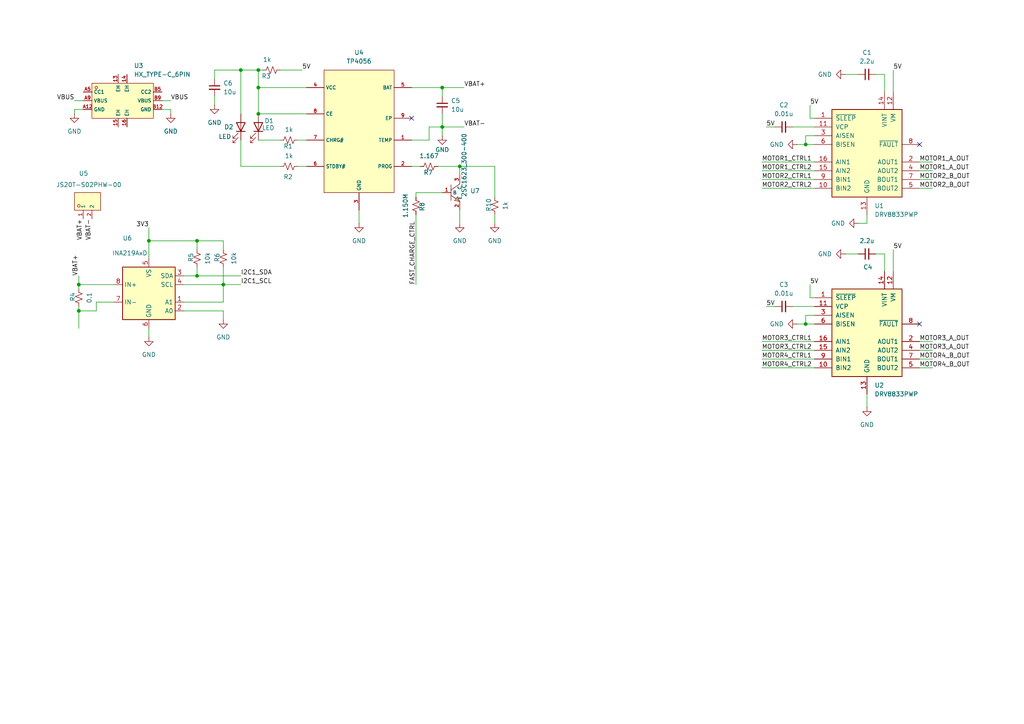
<source format=kicad_sch>
(kicad_sch
	(version 20231120)
	(generator "eeschema")
	(generator_version "8.0")
	(uuid "40a6f8ba-d87f-4111-9739-51411d9c8453")
	(paper "A4")
	(lib_symbols
		(symbol "2SC1623_300-400:2SC1623_300-400"
			(exclude_from_sim no)
			(in_bom yes)
			(on_board yes)
			(property "Reference" "U"
				(at 0 1.27 0)
				(effects
					(font
						(size 1.27 1.27)
					)
				)
			)
			(property "Value" "2SC1623_300-400"
				(at 0 -2.54 0)
				(effects
					(font
						(size 1.27 1.27)
					)
				)
			)
			(property "Footprint" "footprint:SOT-23-3_L2.9-W1.3-P1.90-LS2.4-BR"
				(at 0 -10.16 0)
				(effects
					(font
						(size 1.27 1.27)
						(italic yes)
					)
					(hide yes)
				)
			)
			(property "Datasheet" "https://www.diodes.com/assets/Package-Files/SOT23.pdf"
				(at -2.286 0.127 0)
				(effects
					(font
						(size 1.27 1.27)
					)
					(justify left)
					(hide yes)
				)
			)
			(property "Description" ""
				(at 0 0 0)
				(effects
					(font
						(size 1.27 1.27)
					)
					(hide yes)
				)
			)
			(property "LCSC" "C2133"
				(at 0 0 0)
				(effects
					(font
						(size 1.27 1.27)
					)
					(hide yes)
				)
			)
			(property "ki_keywords" "C2133"
				(at 0 0 0)
				(effects
					(font
						(size 1.27 1.27)
					)
					(hide yes)
				)
			)
			(symbol "2SC1623_300-400_0_1"
				(polyline
					(pts
						(xy 0 -0.762) (xy 2.54 -2.54)
					)
					(stroke
						(width 0)
						(type default)
					)
					(fill
						(type none)
					)
				)
				(polyline
					(pts
						(xy 0 2.286) (xy 0 -2.286)
					)
					(stroke
						(width 0)
						(type default)
					)
					(fill
						(type none)
					)
				)
				(polyline
					(pts
						(xy 2.54 2.54) (xy 0 0.762)
					)
					(stroke
						(width 0)
						(type default)
					)
					(fill
						(type none)
					)
				)
				(polyline
					(pts
						(xy 2.54 -2.54) (xy 1.778 -1.27) (xy 1.016 -2.286) (xy 2.54 -2.54)
					)
					(stroke
						(width 0)
						(type default)
					)
					(fill
						(type background)
					)
				)
				(pin unspecified line
					(at -2.54 0 0)
					(length 2.54)
					(name "B"
						(effects
							(font
								(size 1 1)
							)
						)
					)
					(number "1"
						(effects
							(font
								(size 1 1)
							)
						)
					)
				)
				(pin unspecified line
					(at 2.54 -5.08 90)
					(length 2.54)
					(name "E"
						(effects
							(font
								(size 1 1)
							)
						)
					)
					(number "2"
						(effects
							(font
								(size 1 1)
							)
						)
					)
				)
				(pin unspecified line
					(at 2.54 5.08 270)
					(length 2.54)
					(name "C"
						(effects
							(font
								(size 1 1)
							)
						)
					)
					(number "3"
						(effects
							(font
								(size 1 1)
							)
						)
					)
				)
			)
		)
		(symbol "Device:C_Small"
			(pin_numbers hide)
			(pin_names
				(offset 0.254) hide)
			(exclude_from_sim no)
			(in_bom yes)
			(on_board yes)
			(property "Reference" "C"
				(at 0.254 1.778 0)
				(effects
					(font
						(size 1.27 1.27)
					)
					(justify left)
				)
			)
			(property "Value" "C_Small"
				(at 0.254 -2.032 0)
				(effects
					(font
						(size 1.27 1.27)
					)
					(justify left)
				)
			)
			(property "Footprint" ""
				(at 0 0 0)
				(effects
					(font
						(size 1.27 1.27)
					)
					(hide yes)
				)
			)
			(property "Datasheet" "~"
				(at 0 0 0)
				(effects
					(font
						(size 1.27 1.27)
					)
					(hide yes)
				)
			)
			(property "Description" "Unpolarized capacitor, small symbol"
				(at 0 0 0)
				(effects
					(font
						(size 1.27 1.27)
					)
					(hide yes)
				)
			)
			(property "ki_keywords" "capacitor cap"
				(at 0 0 0)
				(effects
					(font
						(size 1.27 1.27)
					)
					(hide yes)
				)
			)
			(property "ki_fp_filters" "C_*"
				(at 0 0 0)
				(effects
					(font
						(size 1.27 1.27)
					)
					(hide yes)
				)
			)
			(symbol "C_Small_0_1"
				(polyline
					(pts
						(xy -1.524 -0.508) (xy 1.524 -0.508)
					)
					(stroke
						(width 0.3302)
						(type default)
					)
					(fill
						(type none)
					)
				)
				(polyline
					(pts
						(xy -1.524 0.508) (xy 1.524 0.508)
					)
					(stroke
						(width 0.3048)
						(type default)
					)
					(fill
						(type none)
					)
				)
			)
			(symbol "C_Small_1_1"
				(pin passive line
					(at 0 2.54 270)
					(length 2.032)
					(name "~"
						(effects
							(font
								(size 1.27 1.27)
							)
						)
					)
					(number "1"
						(effects
							(font
								(size 1.27 1.27)
							)
						)
					)
				)
				(pin passive line
					(at 0 -2.54 90)
					(length 2.032)
					(name "~"
						(effects
							(font
								(size 1.27 1.27)
							)
						)
					)
					(number "2"
						(effects
							(font
								(size 1.27 1.27)
							)
						)
					)
				)
			)
		)
		(symbol "Device:LED"
			(pin_numbers hide)
			(pin_names
				(offset 1.016) hide)
			(exclude_from_sim no)
			(in_bom yes)
			(on_board yes)
			(property "Reference" "D"
				(at 0 2.54 0)
				(effects
					(font
						(size 1.27 1.27)
					)
				)
			)
			(property "Value" "LED"
				(at 0 -2.54 0)
				(effects
					(font
						(size 1.27 1.27)
					)
				)
			)
			(property "Footprint" ""
				(at 0 0 0)
				(effects
					(font
						(size 1.27 1.27)
					)
					(hide yes)
				)
			)
			(property "Datasheet" "~"
				(at 0 0 0)
				(effects
					(font
						(size 1.27 1.27)
					)
					(hide yes)
				)
			)
			(property "Description" "Light emitting diode"
				(at 0 0 0)
				(effects
					(font
						(size 1.27 1.27)
					)
					(hide yes)
				)
			)
			(property "ki_keywords" "LED diode"
				(at 0 0 0)
				(effects
					(font
						(size 1.27 1.27)
					)
					(hide yes)
				)
			)
			(property "ki_fp_filters" "LED* LED_SMD:* LED_THT:*"
				(at 0 0 0)
				(effects
					(font
						(size 1.27 1.27)
					)
					(hide yes)
				)
			)
			(symbol "LED_0_1"
				(polyline
					(pts
						(xy -1.27 -1.27) (xy -1.27 1.27)
					)
					(stroke
						(width 0.254)
						(type default)
					)
					(fill
						(type none)
					)
				)
				(polyline
					(pts
						(xy -1.27 0) (xy 1.27 0)
					)
					(stroke
						(width 0)
						(type default)
					)
					(fill
						(type none)
					)
				)
				(polyline
					(pts
						(xy 1.27 -1.27) (xy 1.27 1.27) (xy -1.27 0) (xy 1.27 -1.27)
					)
					(stroke
						(width 0.254)
						(type default)
					)
					(fill
						(type none)
					)
				)
				(polyline
					(pts
						(xy -3.048 -0.762) (xy -4.572 -2.286) (xy -3.81 -2.286) (xy -4.572 -2.286) (xy -4.572 -1.524)
					)
					(stroke
						(width 0)
						(type default)
					)
					(fill
						(type none)
					)
				)
				(polyline
					(pts
						(xy -1.778 -0.762) (xy -3.302 -2.286) (xy -2.54 -2.286) (xy -3.302 -2.286) (xy -3.302 -1.524)
					)
					(stroke
						(width 0)
						(type default)
					)
					(fill
						(type none)
					)
				)
			)
			(symbol "LED_1_1"
				(pin passive line
					(at -3.81 0 0)
					(length 2.54)
					(name "K"
						(effects
							(font
								(size 1.27 1.27)
							)
						)
					)
					(number "1"
						(effects
							(font
								(size 1.27 1.27)
							)
						)
					)
				)
				(pin passive line
					(at 3.81 0 180)
					(length 2.54)
					(name "A"
						(effects
							(font
								(size 1.27 1.27)
							)
						)
					)
					(number "2"
						(effects
							(font
								(size 1.27 1.27)
							)
						)
					)
				)
			)
		)
		(symbol "Device:R_Small_US"
			(pin_numbers hide)
			(pin_names
				(offset 0.254) hide)
			(exclude_from_sim no)
			(in_bom yes)
			(on_board yes)
			(property "Reference" "R"
				(at 0.762 0.508 0)
				(effects
					(font
						(size 1.27 1.27)
					)
					(justify left)
				)
			)
			(property "Value" "R_Small_US"
				(at 0.762 -1.016 0)
				(effects
					(font
						(size 1.27 1.27)
					)
					(justify left)
				)
			)
			(property "Footprint" ""
				(at 0 0 0)
				(effects
					(font
						(size 1.27 1.27)
					)
					(hide yes)
				)
			)
			(property "Datasheet" "~"
				(at 0 0 0)
				(effects
					(font
						(size 1.27 1.27)
					)
					(hide yes)
				)
			)
			(property "Description" "Resistor, small US symbol"
				(at 0 0 0)
				(effects
					(font
						(size 1.27 1.27)
					)
					(hide yes)
				)
			)
			(property "ki_keywords" "r resistor"
				(at 0 0 0)
				(effects
					(font
						(size 1.27 1.27)
					)
					(hide yes)
				)
			)
			(property "ki_fp_filters" "R_*"
				(at 0 0 0)
				(effects
					(font
						(size 1.27 1.27)
					)
					(hide yes)
				)
			)
			(symbol "R_Small_US_1_1"
				(polyline
					(pts
						(xy 0 0) (xy 1.016 -0.381) (xy 0 -0.762) (xy -1.016 -1.143) (xy 0 -1.524)
					)
					(stroke
						(width 0)
						(type default)
					)
					(fill
						(type none)
					)
				)
				(polyline
					(pts
						(xy 0 1.524) (xy 1.016 1.143) (xy 0 0.762) (xy -1.016 0.381) (xy 0 0)
					)
					(stroke
						(width 0)
						(type default)
					)
					(fill
						(type none)
					)
				)
				(pin passive line
					(at 0 2.54 270)
					(length 1.016)
					(name "~"
						(effects
							(font
								(size 1.27 1.27)
							)
						)
					)
					(number "1"
						(effects
							(font
								(size 1.27 1.27)
							)
						)
					)
				)
				(pin passive line
					(at 0 -2.54 90)
					(length 1.016)
					(name "~"
						(effects
							(font
								(size 1.27 1.27)
							)
						)
					)
					(number "2"
						(effects
							(font
								(size 1.27 1.27)
							)
						)
					)
				)
			)
		)
		(symbol "Driver_Motor:DRV8833PWP"
			(pin_names
				(offset 1.016)
			)
			(exclude_from_sim no)
			(in_bom yes)
			(on_board yes)
			(property "Reference" "U"
				(at -3.81 16.51 0)
				(effects
					(font
						(size 1.27 1.27)
					)
				)
			)
			(property "Value" "DRV8833PWP"
				(at -3.81 13.97 0)
				(effects
					(font
						(size 1.27 1.27)
					)
				)
			)
			(property "Footprint" "Package_SO:HTSSOP-16-1EP_4.4x5mm_P0.65mm_EP3.4x5mm_Mask2.46x2.31mm_ThermalVias"
				(at 5.08 -15.24 0)
				(effects
					(font
						(size 1.27 1.27)
					)
					(justify left)
					(hide yes)
				)
			)
			(property "Datasheet" "http://www.ti.com/lit/ds/symlink/drv8833.pdf"
				(at 5.08 -17.78 0)
				(effects
					(font
						(size 1.27 1.27)
					)
					(justify left)
					(hide yes)
				)
			)
			(property "Description" "Dual H-Bridge Motor Driver, HTSSOP-16"
				(at 0 0 0)
				(effects
					(font
						(size 1.27 1.27)
					)
					(hide yes)
				)
			)
			(property "ki_keywords" "H-bridge motor driver"
				(at 0 0 0)
				(effects
					(font
						(size 1.27 1.27)
					)
					(hide yes)
				)
			)
			(property "ki_fp_filters" "HTSSOP-16-1EP*4.4x5mm*P0.65mm*"
				(at 0 0 0)
				(effects
					(font
						(size 1.27 1.27)
					)
					(hide yes)
				)
			)
			(symbol "DRV8833PWP_0_1"
				(rectangle
					(start -10.16 12.7)
					(end 10.16 -12.7)
					(stroke
						(width 0.254)
						(type default)
					)
					(fill
						(type background)
					)
				)
			)
			(symbol "DRV8833PWP_1_1"
				(pin input line
					(at -15.24 10.16 0)
					(length 5.08)
					(name "~{SLEEP}"
						(effects
							(font
								(size 1.27 1.27)
							)
						)
					)
					(number "1"
						(effects
							(font
								(size 1.27 1.27)
							)
						)
					)
				)
				(pin input line
					(at -15.24 -10.16 0)
					(length 5.08)
					(name "BIN2"
						(effects
							(font
								(size 1.27 1.27)
							)
						)
					)
					(number "10"
						(effects
							(font
								(size 1.27 1.27)
							)
						)
					)
				)
				(pin bidirectional line
					(at -15.24 7.62 0)
					(length 5.08)
					(name "VCP"
						(effects
							(font
								(size 1.27 1.27)
							)
						)
					)
					(number "11"
						(effects
							(font
								(size 1.27 1.27)
							)
						)
					)
				)
				(pin power_in line
					(at 7.62 17.78 270)
					(length 5.08)
					(name "VM"
						(effects
							(font
								(size 1.27 1.27)
							)
						)
					)
					(number "12"
						(effects
							(font
								(size 1.27 1.27)
							)
						)
					)
				)
				(pin power_in line
					(at 0 -17.78 90)
					(length 5.08)
					(name "GND"
						(effects
							(font
								(size 1.27 1.27)
							)
						)
					)
					(number "13"
						(effects
							(font
								(size 1.27 1.27)
							)
						)
					)
				)
				(pin power_in line
					(at 5.08 17.78 270)
					(length 5.08)
					(name "VINT"
						(effects
							(font
								(size 1.27 1.27)
							)
						)
					)
					(number "14"
						(effects
							(font
								(size 1.27 1.27)
							)
						)
					)
				)
				(pin input line
					(at -15.24 -5.08 0)
					(length 5.08)
					(name "AIN2"
						(effects
							(font
								(size 1.27 1.27)
							)
						)
					)
					(number "15"
						(effects
							(font
								(size 1.27 1.27)
							)
						)
					)
				)
				(pin input line
					(at -15.24 -2.54 0)
					(length 5.08)
					(name "AIN1"
						(effects
							(font
								(size 1.27 1.27)
							)
						)
					)
					(number "16"
						(effects
							(font
								(size 1.27 1.27)
							)
						)
					)
				)
				(pin passive line
					(at 0 -17.78 90)
					(length 5.08) hide
					(name "GND"
						(effects
							(font
								(size 1.27 1.27)
							)
						)
					)
					(number "17"
						(effects
							(font
								(size 1.27 1.27)
							)
						)
					)
				)
				(pin power_out line
					(at 15.24 -2.54 180)
					(length 5.08)
					(name "AOUT1"
						(effects
							(font
								(size 1.27 1.27)
							)
						)
					)
					(number "2"
						(effects
							(font
								(size 1.27 1.27)
							)
						)
					)
				)
				(pin bidirectional line
					(at -15.24 5.08 0)
					(length 5.08)
					(name "AISEN"
						(effects
							(font
								(size 1.27 1.27)
							)
						)
					)
					(number "3"
						(effects
							(font
								(size 1.27 1.27)
							)
						)
					)
				)
				(pin power_out line
					(at 15.24 -5.08 180)
					(length 5.08)
					(name "AOUT2"
						(effects
							(font
								(size 1.27 1.27)
							)
						)
					)
					(number "4"
						(effects
							(font
								(size 1.27 1.27)
							)
						)
					)
				)
				(pin power_out line
					(at 15.24 -10.16 180)
					(length 5.08)
					(name "BOUT2"
						(effects
							(font
								(size 1.27 1.27)
							)
						)
					)
					(number "5"
						(effects
							(font
								(size 1.27 1.27)
							)
						)
					)
				)
				(pin bidirectional line
					(at -15.24 2.54 0)
					(length 5.08)
					(name "BISEN"
						(effects
							(font
								(size 1.27 1.27)
							)
						)
					)
					(number "6"
						(effects
							(font
								(size 1.27 1.27)
							)
						)
					)
				)
				(pin power_out line
					(at 15.24 -7.62 180)
					(length 5.08)
					(name "BOUT1"
						(effects
							(font
								(size 1.27 1.27)
							)
						)
					)
					(number "7"
						(effects
							(font
								(size 1.27 1.27)
							)
						)
					)
				)
				(pin open_collector line
					(at 15.24 2.54 180)
					(length 5.08)
					(name "~{FAULT}"
						(effects
							(font
								(size 1.27 1.27)
							)
						)
					)
					(number "8"
						(effects
							(font
								(size 1.27 1.27)
							)
						)
					)
				)
				(pin input line
					(at -15.24 -7.62 0)
					(length 5.08)
					(name "BIN1"
						(effects
							(font
								(size 1.27 1.27)
							)
						)
					)
					(number "9"
						(effects
							(font
								(size 1.27 1.27)
							)
						)
					)
				)
			)
		)
		(symbol "HX_TYPE-C_6PIN:HX_TYPE-C_6PIN"
			(exclude_from_sim no)
			(in_bom yes)
			(on_board yes)
			(property "Reference" "U"
				(at 0 1.27 0)
				(effects
					(font
						(size 1.27 1.27)
					)
				)
			)
			(property "Value" "HX_TYPE-C_6PIN"
				(at 0 -2.54 0)
				(effects
					(font
						(size 1.27 1.27)
					)
				)
			)
			(property "Footprint" "footprint:USB-C-SMD_HX-TYPE-C-6PIN"
				(at 0 -10.16 0)
				(effects
					(font
						(size 1.27 1.27)
						(italic yes)
					)
					(hide yes)
				)
			)
			(property "Datasheet" "https://atta.szlcsc.com/upload/public/pdf/source/20231016/2369FEA7AA78F6601D2C568225A956AD.pdf"
				(at -2.286 0.127 0)
				(effects
					(font
						(size 1.27 1.27)
					)
					(justify left)
					(hide yes)
				)
			)
			(property "Description" ""
				(at 0 0 0)
				(effects
					(font
						(size 1.27 1.27)
					)
					(hide yes)
				)
			)
			(property "LCSC" "C18357552"
				(at 0 0 0)
				(effects
					(font
						(size 1.27 1.27)
					)
					(hide yes)
				)
			)
			(property "ki_keywords" "C18357552"
				(at 0 0 0)
				(effects
					(font
						(size 1.27 1.27)
					)
					(hide yes)
				)
			)
			(symbol "HX_TYPE-C_6PIN_0_1"
				(rectangle
					(start -7.62 5.08)
					(end 10.16 -5.08)
					(stroke
						(width 0)
						(type default)
					)
					(fill
						(type background)
					)
				)
				(circle
					(center -6.35 3.81)
					(radius 0.381)
					(stroke
						(width 0)
						(type default)
					)
					(fill
						(type background)
					)
				)
				(pin unspecified line
					(at 0 7.62 270)
					(length 2.54)
					(name "EH"
						(effects
							(font
								(size 1 1)
							)
						)
					)
					(number "13"
						(effects
							(font
								(size 1 1)
							)
						)
					)
				)
				(pin unspecified line
					(at 2.54 7.62 270)
					(length 2.54)
					(name "EH"
						(effects
							(font
								(size 1 1)
							)
						)
					)
					(number "14"
						(effects
							(font
								(size 1 1)
							)
						)
					)
				)
				(pin unspecified line
					(at 0 -7.62 90)
					(length 2.54)
					(name "EH"
						(effects
							(font
								(size 1 1)
							)
						)
					)
					(number "15"
						(effects
							(font
								(size 1 1)
							)
						)
					)
				)
				(pin unspecified line
					(at 2.54 -7.62 90)
					(length 2.54)
					(name "EH"
						(effects
							(font
								(size 1 1)
							)
						)
					)
					(number "16"
						(effects
							(font
								(size 1 1)
							)
						)
					)
				)
				(pin unspecified line
					(at -10.16 -2.54 0)
					(length 2.54)
					(name "GND"
						(effects
							(font
								(size 1 1)
							)
						)
					)
					(number "A12"
						(effects
							(font
								(size 1 1)
							)
						)
					)
				)
				(pin unspecified line
					(at -10.16 2.54 0)
					(length 2.54)
					(name "CC1"
						(effects
							(font
								(size 1 1)
							)
						)
					)
					(number "A5"
						(effects
							(font
								(size 1 1)
							)
						)
					)
				)
				(pin unspecified line
					(at -10.16 0 0)
					(length 2.54)
					(name "VBUS"
						(effects
							(font
								(size 1 1)
							)
						)
					)
					(number "A9"
						(effects
							(font
								(size 1 1)
							)
						)
					)
				)
				(pin unspecified line
					(at 12.7 -2.54 180)
					(length 2.54)
					(name "GND"
						(effects
							(font
								(size 1 1)
							)
						)
					)
					(number "B12"
						(effects
							(font
								(size 1 1)
							)
						)
					)
				)
				(pin unspecified line
					(at 12.7 2.54 180)
					(length 2.54)
					(name "CC2"
						(effects
							(font
								(size 1 1)
							)
						)
					)
					(number "B5"
						(effects
							(font
								(size 1 1)
							)
						)
					)
				)
				(pin unspecified line
					(at 12.7 0 180)
					(length 2.54)
					(name "VBUS"
						(effects
							(font
								(size 1 1)
							)
						)
					)
					(number "B9"
						(effects
							(font
								(size 1 1)
							)
						)
					)
				)
			)
		)
		(symbol "JS20T-S02PHW-00:JS20T-S02PHW-00"
			(exclude_from_sim no)
			(in_bom yes)
			(on_board yes)
			(property "Reference" "U"
				(at 0 1.27 0)
				(effects
					(font
						(size 1.27 1.27)
					)
				)
			)
			(property "Value" "JS20T-S02PHW-00"
				(at 0 -2.54 0)
				(effects
					(font
						(size 1.27 1.27)
					)
				)
			)
			(property "Footprint" "footprint:CONN-TH_JS20T-S02PHW-00"
				(at 0 -10.16 0)
				(effects
					(font
						(size 1.27 1.27)
						(italic yes)
					)
					(hide yes)
				)
			)
			(property "Datasheet" "https://atta.szlcsc.com/upload/public/pdf/source/20230809/E6337CD797A912ED7011A9EA7A78FFDE.pdf"
				(at -2.286 0.127 0)
				(effects
					(font
						(size 1.27 1.27)
					)
					(justify left)
					(hide yes)
				)
			)
			(property "Description" ""
				(at 0 0 0)
				(effects
					(font
						(size 1.27 1.27)
					)
					(hide yes)
				)
			)
			(property "LCSC" "C7499302"
				(at 0 0 0)
				(effects
					(font
						(size 1.27 1.27)
					)
					(hide yes)
				)
			)
			(property "ki_keywords" "C7499302"
				(at 0 0 0)
				(effects
					(font
						(size 1.27 1.27)
					)
					(hide yes)
				)
			)
			(symbol "JS20T-S02PHW-00_0_1"
				(rectangle
					(start -2.54 3.81)
					(end 2.54 -3.81)
					(stroke
						(width 0)
						(type default)
					)
					(fill
						(type background)
					)
				)
				(circle
					(center -1.27 2.54)
					(radius 0.381)
					(stroke
						(width 0)
						(type default)
					)
					(fill
						(type background)
					)
				)
				(pin unspecified line
					(at -5.08 1.27 0)
					(length 2.54)
					(name "1"
						(effects
							(font
								(size 1 1)
							)
						)
					)
					(number "1"
						(effects
							(font
								(size 1 1)
							)
						)
					)
				)
				(pin unspecified line
					(at -5.08 -1.27 0)
					(length 2.54)
					(name "2"
						(effects
							(font
								(size 1 1)
							)
						)
					)
					(number "2"
						(effects
							(font
								(size 1 1)
							)
						)
					)
				)
			)
		)
		(symbol "Sensor_Energy:INA219AxD"
			(exclude_from_sim no)
			(in_bom yes)
			(on_board yes)
			(property "Reference" "U"
				(at -6.35 8.89 0)
				(effects
					(font
						(size 1.27 1.27)
					)
				)
			)
			(property "Value" "INA219AxD"
				(at 5.08 8.89 0)
				(effects
					(font
						(size 1.27 1.27)
					)
				)
			)
			(property "Footprint" "Package_SO:SOIC-8_3.9x4.9mm_P1.27mm"
				(at 20.32 -8.89 0)
				(effects
					(font
						(size 1.27 1.27)
					)
					(hide yes)
				)
			)
			(property "Datasheet" "http://www.ti.com/lit/ds/symlink/ina219.pdf"
				(at 8.89 -2.54 0)
				(effects
					(font
						(size 1.27 1.27)
					)
					(hide yes)
				)
			)
			(property "Description" "Zero-Drift, Bidirectional Current/Power Monitor (0-26V) With I2C Interface, SOIC-8"
				(at 0 0 0)
				(effects
					(font
						(size 1.27 1.27)
					)
					(hide yes)
				)
			)
			(property "ki_keywords" "ADC I2C 16-Bit Oversampling Current Shunt"
				(at 0 0 0)
				(effects
					(font
						(size 1.27 1.27)
					)
					(hide yes)
				)
			)
			(property "ki_fp_filters" "SOIC*3.9x4.9mm*P1.27mm*"
				(at 0 0 0)
				(effects
					(font
						(size 1.27 1.27)
					)
					(hide yes)
				)
			)
			(symbol "INA219AxD_0_1"
				(rectangle
					(start -7.62 7.62)
					(end 7.62 -7.62)
					(stroke
						(width 0.254)
						(type default)
					)
					(fill
						(type background)
					)
				)
			)
			(symbol "INA219AxD_1_1"
				(pin input line
					(at 10.16 -2.54 180)
					(length 2.54)
					(name "A1"
						(effects
							(font
								(size 1.27 1.27)
							)
						)
					)
					(number "1"
						(effects
							(font
								(size 1.27 1.27)
							)
						)
					)
				)
				(pin input line
					(at 10.16 -5.08 180)
					(length 2.54)
					(name "A0"
						(effects
							(font
								(size 1.27 1.27)
							)
						)
					)
					(number "2"
						(effects
							(font
								(size 1.27 1.27)
							)
						)
					)
				)
				(pin bidirectional line
					(at 10.16 5.08 180)
					(length 2.54)
					(name "SDA"
						(effects
							(font
								(size 1.27 1.27)
							)
						)
					)
					(number "3"
						(effects
							(font
								(size 1.27 1.27)
							)
						)
					)
				)
				(pin input line
					(at 10.16 2.54 180)
					(length 2.54)
					(name "SCL"
						(effects
							(font
								(size 1.27 1.27)
							)
						)
					)
					(number "4"
						(effects
							(font
								(size 1.27 1.27)
							)
						)
					)
				)
				(pin power_in line
					(at 0 10.16 270)
					(length 2.54)
					(name "VS"
						(effects
							(font
								(size 1.27 1.27)
							)
						)
					)
					(number "5"
						(effects
							(font
								(size 1.27 1.27)
							)
						)
					)
				)
				(pin power_in line
					(at 0 -10.16 90)
					(length 2.54)
					(name "GND"
						(effects
							(font
								(size 1.27 1.27)
							)
						)
					)
					(number "6"
						(effects
							(font
								(size 1.27 1.27)
							)
						)
					)
				)
				(pin input line
					(at -10.16 -2.54 0)
					(length 2.54)
					(name "IN-"
						(effects
							(font
								(size 1.27 1.27)
							)
						)
					)
					(number "7"
						(effects
							(font
								(size 1.27 1.27)
							)
						)
					)
				)
				(pin input line
					(at -10.16 2.54 0)
					(length 2.54)
					(name "IN+"
						(effects
							(font
								(size 1.27 1.27)
							)
						)
					)
					(number "8"
						(effects
							(font
								(size 1.27 1.27)
							)
						)
					)
				)
			)
		)
		(symbol "TP4056:TP4056"
			(exclude_from_sim no)
			(in_bom yes)
			(on_board yes)
			(property "Reference" "U"
				(at 0 1.27 0)
				(effects
					(font
						(size 1.27 1.27)
					)
				)
			)
			(property "Value" "TP4056"
				(at 0 -2.54 0)
				(effects
					(font
						(size 1.27 1.27)
					)
				)
			)
			(property "Footprint" "footprint:ESOP-8_L4.9-W3.9-P1.27-LS6.0-BL-EP"
				(at 0 -10.16 0)
				(effects
					(font
						(size 1.27 1.27)
						(italic yes)
					)
					(hide yes)
				)
			)
			(property "Datasheet" "https://www.mornsun.cn/html/pdf/SCM1501B.html"
				(at -2.286 0.127 0)
				(effects
					(font
						(size 1.27 1.27)
					)
					(justify left)
					(hide yes)
				)
			)
			(property "Description" ""
				(at 0 0 0)
				(effects
					(font
						(size 1.27 1.27)
					)
					(hide yes)
				)
			)
			(property "LCSC" "C16581"
				(at 0 0 0)
				(effects
					(font
						(size 1.27 1.27)
					)
					(hide yes)
				)
			)
			(property "ki_keywords" "C16581"
				(at 0 0 0)
				(effects
					(font
						(size 1.27 1.27)
					)
					(hide yes)
				)
			)
			(symbol "TP4056_0_1"
				(rectangle
					(start -10.16 20.32)
					(end 10.16 -15.24)
					(stroke
						(width 0)
						(type default)
					)
					(fill
						(type background)
					)
				)
				(pin unspecified line
					(at 15.24 0 180)
					(length 5.08)
					(name "TEMP"
						(effects
							(font
								(size 1 1)
							)
						)
					)
					(number "1"
						(effects
							(font
								(size 1 1)
							)
						)
					)
				)
				(pin unspecified line
					(at 15.24 -7.62 180)
					(length 5.08)
					(name "PROG"
						(effects
							(font
								(size 1 1)
							)
						)
					)
					(number "2"
						(effects
							(font
								(size 1 1)
							)
						)
					)
				)
				(pin unspecified line
					(at 0 -20.32 90)
					(length 5.08)
					(name "GND"
						(effects
							(font
								(size 1 1)
							)
						)
					)
					(number "3"
						(effects
							(font
								(size 1 1)
							)
						)
					)
				)
				(pin unspecified line
					(at -15.24 15.24 0)
					(length 5.08)
					(name "VCC"
						(effects
							(font
								(size 1 1)
							)
						)
					)
					(number "4"
						(effects
							(font
								(size 1 1)
							)
						)
					)
				)
				(pin unspecified line
					(at 15.24 15.24 180)
					(length 5.08)
					(name "BAT"
						(effects
							(font
								(size 1 1)
							)
						)
					)
					(number "5"
						(effects
							(font
								(size 1 1)
							)
						)
					)
				)
				(pin unspecified line
					(at -15.24 -7.62 0)
					(length 5.08)
					(name "STDBY#"
						(effects
							(font
								(size 1 1)
							)
						)
					)
					(number "6"
						(effects
							(font
								(size 1 1)
							)
						)
					)
				)
				(pin unspecified line
					(at -15.24 0 0)
					(length 5.08)
					(name "CHRG#"
						(effects
							(font
								(size 1 1)
							)
						)
					)
					(number "7"
						(effects
							(font
								(size 1 1)
							)
						)
					)
				)
				(pin unspecified line
					(at -15.24 7.62 0)
					(length 5.08)
					(name "CE"
						(effects
							(font
								(size 1 1)
							)
						)
					)
					(number "8"
						(effects
							(font
								(size 1 1)
							)
						)
					)
				)
				(pin unspecified line
					(at 15.24 6.35 180)
					(length 5.08)
					(name "EP"
						(effects
							(font
								(size 1 1)
							)
						)
					)
					(number "9"
						(effects
							(font
								(size 1 1)
							)
						)
					)
				)
			)
		)
		(symbol "power:GND"
			(power)
			(pin_numbers hide)
			(pin_names
				(offset 0) hide)
			(exclude_from_sim no)
			(in_bom yes)
			(on_board yes)
			(property "Reference" "#PWR"
				(at 0 -6.35 0)
				(effects
					(font
						(size 1.27 1.27)
					)
					(hide yes)
				)
			)
			(property "Value" "GND"
				(at 0 -3.81 0)
				(effects
					(font
						(size 1.27 1.27)
					)
				)
			)
			(property "Footprint" ""
				(at 0 0 0)
				(effects
					(font
						(size 1.27 1.27)
					)
					(hide yes)
				)
			)
			(property "Datasheet" ""
				(at 0 0 0)
				(effects
					(font
						(size 1.27 1.27)
					)
					(hide yes)
				)
			)
			(property "Description" "Power symbol creates a global label with name \"GND\" , ground"
				(at 0 0 0)
				(effects
					(font
						(size 1.27 1.27)
					)
					(hide yes)
				)
			)
			(property "ki_keywords" "global power"
				(at 0 0 0)
				(effects
					(font
						(size 1.27 1.27)
					)
					(hide yes)
				)
			)
			(symbol "GND_0_1"
				(polyline
					(pts
						(xy 0 0) (xy 0 -1.27) (xy 1.27 -1.27) (xy 0 -2.54) (xy -1.27 -1.27) (xy 0 -1.27)
					)
					(stroke
						(width 0)
						(type default)
					)
					(fill
						(type none)
					)
				)
			)
			(symbol "GND_1_1"
				(pin power_in line
					(at 0 0 270)
					(length 0)
					(name "~"
						(effects
							(font
								(size 1.27 1.27)
							)
						)
					)
					(number "1"
						(effects
							(font
								(size 1.27 1.27)
							)
						)
					)
				)
			)
		)
	)
	(junction
		(at 64.77 82.55)
		(diameter 0)
		(color 0 0 0 0)
		(uuid "10873f4a-8dd6-495c-9ebc-5eebfbeb1922")
	)
	(junction
		(at 74.93 20.32)
		(diameter 0)
		(color 0 0 0 0)
		(uuid "10ed346a-0185-4b42-a00e-7dfea1d9168c")
	)
	(junction
		(at 57.15 80.01)
		(diameter 0)
		(color 0 0 0 0)
		(uuid "3530e33b-e20b-4b04-aed0-49971c59c5a9")
	)
	(junction
		(at 43.18 69.85)
		(diameter 0)
		(color 0 0 0 0)
		(uuid "5bec989a-1d17-405e-9594-3298f34e6e28")
	)
	(junction
		(at 57.15 69.85)
		(diameter 0)
		(color 0 0 0 0)
		(uuid "6d860049-4bd3-4254-8535-508b6e9e8d8c")
	)
	(junction
		(at 133.35 48.26)
		(diameter 0)
		(color 0 0 0 0)
		(uuid "7264ed16-a6d7-4ab4-be70-f9eb5e99f371")
	)
	(junction
		(at 128.27 36.83)
		(diameter 0)
		(color 0 0 0 0)
		(uuid "782af7f6-b634-4f83-8d89-81c077bc1102")
	)
	(junction
		(at 22.86 90.17)
		(diameter 0)
		(color 0 0 0 0)
		(uuid "8126dafb-ea7c-47db-beef-dea6ef3f77c6")
	)
	(junction
		(at 22.86 82.55)
		(diameter 0)
		(color 0 0 0 0)
		(uuid "876043e1-074b-40a7-a423-0d588522f293")
	)
	(junction
		(at 69.85 20.32)
		(diameter 0)
		(color 0 0 0 0)
		(uuid "b189a264-692d-4769-871c-3c56a5c77c27")
	)
	(junction
		(at 233.68 41.91)
		(diameter 0)
		(color 0 0 0 0)
		(uuid "b384985f-65ca-4c6d-b43e-98356481ef7e")
	)
	(junction
		(at 233.68 93.98)
		(diameter 0)
		(color 0 0 0 0)
		(uuid "ba149ee6-1736-4bc4-a894-aa758c77eaf8")
	)
	(junction
		(at 74.93 33.02)
		(diameter 0)
		(color 0 0 0 0)
		(uuid "d6d3fa6d-fe86-4fca-915a-d8c8dffc1843")
	)
	(junction
		(at 74.93 25.4)
		(diameter 0)
		(color 0 0 0 0)
		(uuid "e4acc4fa-d2d0-4e36-8d6a-429db28f9728")
	)
	(junction
		(at 128.27 25.4)
		(diameter 0)
		(color 0 0 0 0)
		(uuid "eeab10d4-23a5-47ac-8c8c-e8f781957222")
	)
	(no_connect
		(at 266.7 41.91)
		(uuid "8efefb2d-ebb1-47f7-96a5-f28d4c8b7a50")
	)
	(no_connect
		(at 119.38 34.29)
		(uuid "aa2f5fc1-71de-4c2c-a341-f7e9bc739f59")
	)
	(no_connect
		(at 266.7 93.98)
		(uuid "cb7d3298-b070-4996-9b26-364a6a278684")
	)
	(wire
		(pts
			(xy 143.51 48.26) (xy 133.35 48.26)
		)
		(stroke
			(width 0)
			(type default)
		)
		(uuid "05c80be1-40ea-4256-8f63-e886ca45286c")
	)
	(wire
		(pts
			(xy 220.98 49.53) (xy 236.22 49.53)
		)
		(stroke
			(width 0)
			(type default)
		)
		(uuid "05f37cd5-29a6-485a-87f8-db2917e91fe8")
	)
	(wire
		(pts
			(xy 57.15 80.01) (xy 69.85 80.01)
		)
		(stroke
			(width 0)
			(type default)
		)
		(uuid "0612da70-dbea-4966-864f-c103cb72a2ff")
	)
	(wire
		(pts
			(xy 128.27 39.37) (xy 128.27 36.83)
		)
		(stroke
			(width 0)
			(type default)
		)
		(uuid "0bd3666c-ee47-4cfe-a1f3-4467cd8167c9")
	)
	(wire
		(pts
			(xy 22.86 88.9) (xy 22.86 90.17)
		)
		(stroke
			(width 0)
			(type default)
		)
		(uuid "0c4a9133-23a6-4aad-aa0a-bb38326dc9d2")
	)
	(wire
		(pts
			(xy 124.46 40.64) (xy 124.46 36.83)
		)
		(stroke
			(width 0)
			(type default)
		)
		(uuid "0cb1ef06-9651-49ea-927b-5faf49fdf019")
	)
	(wire
		(pts
			(xy 128.27 25.4) (xy 128.27 27.94)
		)
		(stroke
			(width 0)
			(type default)
		)
		(uuid "0ccf85bd-5550-44b6-8db2-0cb09edc198b")
	)
	(wire
		(pts
			(xy 256.54 73.66) (xy 254 73.66)
		)
		(stroke
			(width 0)
			(type default)
		)
		(uuid "0e5f3040-3a47-44dc-95ed-ee3dde746224")
	)
	(wire
		(pts
			(xy 46.99 31.75) (xy 49.53 31.75)
		)
		(stroke
			(width 0)
			(type default)
		)
		(uuid "1073922e-9b9c-4fbc-b833-c7fb8198a9bb")
	)
	(wire
		(pts
			(xy 231.14 41.91) (xy 233.68 41.91)
		)
		(stroke
			(width 0)
			(type default)
		)
		(uuid "11a363e9-03d3-4610-9cf6-1bf2eee2409b")
	)
	(wire
		(pts
			(xy 236.22 34.29) (xy 234.95 34.29)
		)
		(stroke
			(width 0)
			(type default)
		)
		(uuid "12b8af2e-5325-4870-91fe-371c292af2f4")
	)
	(wire
		(pts
			(xy 74.93 20.32) (xy 76.2 20.32)
		)
		(stroke
			(width 0)
			(type default)
		)
		(uuid "1a3b4fcc-6203-4cee-9928-427e2adcd0c9")
	)
	(wire
		(pts
			(xy 266.7 106.68) (xy 270.51 106.68)
		)
		(stroke
			(width 0)
			(type default)
		)
		(uuid "1dd3046b-0a1c-49f4-82e0-4dbdb18af25e")
	)
	(wire
		(pts
			(xy 74.93 33.02) (xy 88.9 33.02)
		)
		(stroke
			(width 0)
			(type default)
		)
		(uuid "1e1f197b-6153-46d7-9e86-977ba7f8fa88")
	)
	(wire
		(pts
			(xy 53.34 82.55) (xy 64.77 82.55)
		)
		(stroke
			(width 0)
			(type default)
		)
		(uuid "2336c018-e84b-4ec9-9f16-b7455d17df1a")
	)
	(wire
		(pts
			(xy 22.86 90.17) (xy 22.86 95.25)
		)
		(stroke
			(width 0)
			(type default)
		)
		(uuid "2693c964-62e8-492c-9471-afae4975b62c")
	)
	(wire
		(pts
			(xy 143.51 57.15) (xy 143.51 48.26)
		)
		(stroke
			(width 0)
			(type default)
		)
		(uuid "294f71e6-530e-4728-85b2-c546297e85ac")
	)
	(wire
		(pts
			(xy 220.98 106.68) (xy 236.22 106.68)
		)
		(stroke
			(width 0)
			(type default)
		)
		(uuid "29a940a1-6dee-4a4c-96bf-edad1cf141bd")
	)
	(wire
		(pts
			(xy 220.98 101.6) (xy 236.22 101.6)
		)
		(stroke
			(width 0)
			(type default)
		)
		(uuid "2d03ae7a-30b5-4a4e-b24d-eb27681283c8")
	)
	(wire
		(pts
			(xy 229.87 88.9) (xy 236.22 88.9)
		)
		(stroke
			(width 0)
			(type default)
		)
		(uuid "33755647-c34d-4c77-8329-7a6bc0b44d44")
	)
	(wire
		(pts
			(xy 27.94 87.63) (xy 27.94 90.17)
		)
		(stroke
			(width 0)
			(type default)
		)
		(uuid "352b414d-9566-4837-a98c-bb7a76ec9118")
	)
	(wire
		(pts
			(xy 233.68 39.37) (xy 233.68 41.91)
		)
		(stroke
			(width 0)
			(type default)
		)
		(uuid "36ddca51-c595-4880-b281-adf462c72222")
	)
	(wire
		(pts
			(xy 236.22 39.37) (xy 233.68 39.37)
		)
		(stroke
			(width 0)
			(type default)
		)
		(uuid "38cbf055-8431-4b3a-87c7-c348b0e9c0c1")
	)
	(wire
		(pts
			(xy 62.23 20.32) (xy 69.85 20.32)
		)
		(stroke
			(width 0)
			(type default)
		)
		(uuid "3b35e52d-63b6-41f1-b340-ec119891df70")
	)
	(wire
		(pts
			(xy 248.92 21.59) (xy 245.11 21.59)
		)
		(stroke
			(width 0)
			(type default)
		)
		(uuid "3ca9a603-f0a7-4bcd-af9f-65244da5ce56")
	)
	(wire
		(pts
			(xy 266.7 54.61) (xy 270.51 54.61)
		)
		(stroke
			(width 0)
			(type default)
		)
		(uuid "3d112a99-08c8-4de6-a0e0-408ee8a92bac")
	)
	(wire
		(pts
			(xy 266.7 101.6) (xy 270.51 101.6)
		)
		(stroke
			(width 0)
			(type default)
		)
		(uuid "3d78d2c5-be8e-4001-8856-7f965a75172c")
	)
	(wire
		(pts
			(xy 266.7 104.14) (xy 270.51 104.14)
		)
		(stroke
			(width 0)
			(type default)
		)
		(uuid "42a3491c-066f-4013-b822-37376470d3b4")
	)
	(wire
		(pts
			(xy 229.87 36.83) (xy 236.22 36.83)
		)
		(stroke
			(width 0)
			(type default)
		)
		(uuid "432304f0-1087-4724-8389-7ecbddfb3a1c")
	)
	(wire
		(pts
			(xy 120.65 62.23) (xy 120.65 82.55)
		)
		(stroke
			(width 0)
			(type default)
		)
		(uuid "47957931-3af6-43c2-ad9b-e0a1929f48c6")
	)
	(wire
		(pts
			(xy 69.85 48.26) (xy 69.85 40.64)
		)
		(stroke
			(width 0)
			(type default)
		)
		(uuid "479c6324-2379-45c0-9904-a811c259bafe")
	)
	(wire
		(pts
			(xy 128.27 33.02) (xy 128.27 36.83)
		)
		(stroke
			(width 0)
			(type default)
		)
		(uuid "4a8d174b-93a0-42aa-8ded-3b125f2b377a")
	)
	(wire
		(pts
			(xy 231.14 93.98) (xy 233.68 93.98)
		)
		(stroke
			(width 0)
			(type default)
		)
		(uuid "4e823667-1825-4810-a028-a4fae338acbd")
	)
	(wire
		(pts
			(xy 124.46 36.83) (xy 128.27 36.83)
		)
		(stroke
			(width 0)
			(type default)
		)
		(uuid "51ec31d4-6e67-4b09-bf01-01f14056b55c")
	)
	(wire
		(pts
			(xy 69.85 20.32) (xy 74.93 20.32)
		)
		(stroke
			(width 0)
			(type default)
		)
		(uuid "52383284-1153-4a54-98fc-3a99724aaa49")
	)
	(wire
		(pts
			(xy 266.7 49.53) (xy 270.51 49.53)
		)
		(stroke
			(width 0)
			(type default)
		)
		(uuid "5374d8d2-bdec-4070-8d6d-2597b2230ac5")
	)
	(wire
		(pts
			(xy 64.77 87.63) (xy 64.77 82.55)
		)
		(stroke
			(width 0)
			(type default)
		)
		(uuid "55538e47-47f4-4118-80ce-3322c8c38880")
	)
	(wire
		(pts
			(xy 222.25 36.83) (xy 224.79 36.83)
		)
		(stroke
			(width 0)
			(type default)
		)
		(uuid "58264102-e4e0-408a-a7eb-5dea9acbe2d5")
	)
	(wire
		(pts
			(xy 64.77 82.55) (xy 64.77 77.47)
		)
		(stroke
			(width 0)
			(type default)
		)
		(uuid "59fcc047-470c-467e-8802-0d7c31217151")
	)
	(wire
		(pts
			(xy 266.7 46.99) (xy 270.51 46.99)
		)
		(stroke
			(width 0)
			(type default)
		)
		(uuid "5ea2c7c7-79a2-4d3a-9e47-e64e10da4042")
	)
	(wire
		(pts
			(xy 120.65 57.15) (xy 120.65 55.88)
		)
		(stroke
			(width 0)
			(type default)
		)
		(uuid "60f7a3c5-07df-454a-ab45-daa1064e7536")
	)
	(wire
		(pts
			(xy 143.51 62.23) (xy 143.51 64.77)
		)
		(stroke
			(width 0)
			(type default)
		)
		(uuid "61d00ce9-f598-46b6-9f2a-135cc5da356b")
	)
	(wire
		(pts
			(xy 133.35 60.96) (xy 133.35 64.77)
		)
		(stroke
			(width 0)
			(type default)
		)
		(uuid "6b78c5cb-28b2-40c9-8b4b-9c02d8a4cdc5")
	)
	(wire
		(pts
			(xy 248.92 73.66) (xy 245.11 73.66)
		)
		(stroke
			(width 0)
			(type default)
		)
		(uuid "6ca3a2c0-8565-468c-9cab-5dc4c278f402")
	)
	(wire
		(pts
			(xy 256.54 78.74) (xy 256.54 73.66)
		)
		(stroke
			(width 0)
			(type default)
		)
		(uuid "711a7a8a-41b8-4596-a90c-f13663bae4c0")
	)
	(wire
		(pts
			(xy 21.59 31.75) (xy 24.13 31.75)
		)
		(stroke
			(width 0)
			(type default)
		)
		(uuid "715d6752-b071-4a78-8436-5777b910b19c")
	)
	(wire
		(pts
			(xy 57.15 72.39) (xy 57.15 69.85)
		)
		(stroke
			(width 0)
			(type default)
		)
		(uuid "716882ab-a15b-4522-ae39-76643be1d893")
	)
	(wire
		(pts
			(xy 266.7 99.06) (xy 270.51 99.06)
		)
		(stroke
			(width 0)
			(type default)
		)
		(uuid "727a149a-b47c-43ed-96f4-5bcccb14dca7")
	)
	(wire
		(pts
			(xy 119.38 25.4) (xy 128.27 25.4)
		)
		(stroke
			(width 0)
			(type default)
		)
		(uuid "733102f1-7ab8-4e37-9767-f9cb3917eafc")
	)
	(wire
		(pts
			(xy 21.59 29.21) (xy 24.13 29.21)
		)
		(stroke
			(width 0)
			(type default)
		)
		(uuid "736b8c60-dcb3-4440-9fb5-7e3c8c9a2e06")
	)
	(wire
		(pts
			(xy 27.94 90.17) (xy 22.86 90.17)
		)
		(stroke
			(width 0)
			(type default)
		)
		(uuid "7474eb5d-7500-431b-9dd6-392090ef28f1")
	)
	(wire
		(pts
			(xy 69.85 33.02) (xy 69.85 20.32)
		)
		(stroke
			(width 0)
			(type default)
		)
		(uuid "774c4861-6239-4a05-9d32-a62040d781cb")
	)
	(wire
		(pts
			(xy 88.9 25.4) (xy 74.93 25.4)
		)
		(stroke
			(width 0)
			(type default)
		)
		(uuid "79fa8cd6-08f3-419f-90ee-eb796733aad8")
	)
	(wire
		(pts
			(xy 74.93 20.32) (xy 74.93 25.4)
		)
		(stroke
			(width 0)
			(type default)
		)
		(uuid "7b86882a-e98f-4e9f-ade1-a85bf2cbe26c")
	)
	(wire
		(pts
			(xy 43.18 66.04) (xy 43.18 69.85)
		)
		(stroke
			(width 0)
			(type default)
		)
		(uuid "7c63ae8c-d197-4f48-b708-dbf044c22289")
	)
	(wire
		(pts
			(xy 220.98 52.07) (xy 236.22 52.07)
		)
		(stroke
			(width 0)
			(type default)
		)
		(uuid "7d37fdb7-610a-44e5-8edb-9662c2096b76")
	)
	(wire
		(pts
			(xy 43.18 95.25) (xy 43.18 97.79)
		)
		(stroke
			(width 0)
			(type default)
		)
		(uuid "8124cc2f-9f24-477d-8742-a8172db15095")
	)
	(wire
		(pts
			(xy 64.77 82.55) (xy 69.85 82.55)
		)
		(stroke
			(width 0)
			(type default)
		)
		(uuid "89c87ab3-377f-4b1a-854e-d9c1fd3e7157")
	)
	(wire
		(pts
			(xy 74.93 25.4) (xy 74.93 33.02)
		)
		(stroke
			(width 0)
			(type default)
		)
		(uuid "8aeeb102-21eb-46b1-ab0d-579fc756b6cc")
	)
	(wire
		(pts
			(xy 266.7 52.07) (xy 270.51 52.07)
		)
		(stroke
			(width 0)
			(type default)
		)
		(uuid "8bd7156e-1374-45d6-8fe6-706f51eb4090")
	)
	(wire
		(pts
			(xy 53.34 87.63) (xy 64.77 87.63)
		)
		(stroke
			(width 0)
			(type default)
		)
		(uuid "8c1a978e-0773-409c-bfdc-434c9e74e04c")
	)
	(wire
		(pts
			(xy 81.28 48.26) (xy 69.85 48.26)
		)
		(stroke
			(width 0)
			(type default)
		)
		(uuid "8c570f6d-6369-4cb8-86d2-2e730f8deaf9")
	)
	(wire
		(pts
			(xy 64.77 90.17) (xy 64.77 92.71)
		)
		(stroke
			(width 0)
			(type default)
		)
		(uuid "94cd69dd-09d5-478b-a749-3a40dd2403b4")
	)
	(wire
		(pts
			(xy 62.23 20.32) (xy 62.23 22.86)
		)
		(stroke
			(width 0)
			(type default)
		)
		(uuid "950bc58d-27bf-42a6-9089-2b7df691a9d5")
	)
	(wire
		(pts
			(xy 88.9 48.26) (xy 86.36 48.26)
		)
		(stroke
			(width 0)
			(type default)
		)
		(uuid "97a4de3c-1800-48f3-865b-5a14e51903d8")
	)
	(wire
		(pts
			(xy 64.77 69.85) (xy 57.15 69.85)
		)
		(stroke
			(width 0)
			(type default)
		)
		(uuid "97e0ebd4-0c68-4574-9cc4-aeb80437c474")
	)
	(wire
		(pts
			(xy 248.92 64.77) (xy 251.46 64.77)
		)
		(stroke
			(width 0)
			(type default)
		)
		(uuid "990c23c1-cdc1-4ee3-bf35-03b99ce68443")
	)
	(wire
		(pts
			(xy 62.23 27.94) (xy 62.23 30.48)
		)
		(stroke
			(width 0)
			(type default)
		)
		(uuid "99d64b01-d3be-41e6-bc19-fb4e3983f745")
	)
	(wire
		(pts
			(xy 259.08 20.32) (xy 259.08 26.67)
		)
		(stroke
			(width 0)
			(type default)
		)
		(uuid "9a550bb5-6923-4e3a-8b29-e99c7803be23")
	)
	(wire
		(pts
			(xy 127 48.26) (xy 133.35 48.26)
		)
		(stroke
			(width 0)
			(type default)
		)
		(uuid "9c0895c7-5a52-434e-b01f-dd98a1943b14")
	)
	(wire
		(pts
			(xy 119.38 40.64) (xy 124.46 40.64)
		)
		(stroke
			(width 0)
			(type default)
		)
		(uuid "a433a8dc-02d3-40b6-a0b7-4eecd1d5c651")
	)
	(wire
		(pts
			(xy 234.95 82.55) (xy 234.95 86.36)
		)
		(stroke
			(width 0)
			(type default)
		)
		(uuid "a4402ee5-2126-4462-b210-02414c95d91f")
	)
	(wire
		(pts
			(xy 128.27 25.4) (xy 134.62 25.4)
		)
		(stroke
			(width 0)
			(type default)
		)
		(uuid "a4ef155d-b56e-42b2-8f32-5abc237c8b04")
	)
	(wire
		(pts
			(xy 53.34 90.17) (xy 64.77 90.17)
		)
		(stroke
			(width 0)
			(type default)
		)
		(uuid "a97377b4-437c-45be-89d5-f6680dd79d6d")
	)
	(wire
		(pts
			(xy 251.46 114.3) (xy 251.46 118.11)
		)
		(stroke
			(width 0)
			(type default)
		)
		(uuid "a98a5528-4e77-472b-a2db-013a98041db3")
	)
	(wire
		(pts
			(xy 222.25 88.9) (xy 224.79 88.9)
		)
		(stroke
			(width 0)
			(type default)
		)
		(uuid "afd7938b-8403-4777-a126-3a5b5886ae11")
	)
	(wire
		(pts
			(xy 256.54 26.67) (xy 256.54 21.59)
		)
		(stroke
			(width 0)
			(type default)
		)
		(uuid "b0308055-2a33-41fa-8655-dcf67dbb0155")
	)
	(wire
		(pts
			(xy 120.65 55.88) (xy 128.27 55.88)
		)
		(stroke
			(width 0)
			(type default)
		)
		(uuid "b34b3ce1-9dff-4137-8936-c25eec83e92a")
	)
	(wire
		(pts
			(xy 259.08 72.39) (xy 259.08 78.74)
		)
		(stroke
			(width 0)
			(type default)
		)
		(uuid "b38be45a-33cc-461c-a853-34976b7d0b0a")
	)
	(wire
		(pts
			(xy 220.98 54.61) (xy 236.22 54.61)
		)
		(stroke
			(width 0)
			(type default)
		)
		(uuid "b3edec81-1cd6-4a36-913d-3f21755eb00c")
	)
	(wire
		(pts
			(xy 57.15 80.01) (xy 57.15 77.47)
		)
		(stroke
			(width 0)
			(type default)
		)
		(uuid "b4cf845c-2211-4294-9b31-aae365a4ddec")
	)
	(wire
		(pts
			(xy 119.38 48.26) (xy 121.92 48.26)
		)
		(stroke
			(width 0)
			(type default)
		)
		(uuid "b5e128dd-7618-42cb-b1f9-d328c7a4f573")
	)
	(wire
		(pts
			(xy 128.27 36.83) (xy 134.62 36.83)
		)
		(stroke
			(width 0)
			(type default)
		)
		(uuid "b6234f09-d328-42ff-97f8-4be8dcee1242")
	)
	(wire
		(pts
			(xy 49.53 31.75) (xy 49.53 33.02)
		)
		(stroke
			(width 0)
			(type default)
		)
		(uuid "b707f694-4e65-46f2-8995-5175d223eb66")
	)
	(wire
		(pts
			(xy 81.28 20.32) (xy 87.63 20.32)
		)
		(stroke
			(width 0)
			(type default)
		)
		(uuid "b77fec33-966e-4f69-bc42-9ea4c6c3b764")
	)
	(wire
		(pts
			(xy 233.68 91.44) (xy 233.68 93.98)
		)
		(stroke
			(width 0)
			(type default)
		)
		(uuid "b7a8df40-1eb7-41ac-bb66-86fe0991c244")
	)
	(wire
		(pts
			(xy 233.68 93.98) (xy 236.22 93.98)
		)
		(stroke
			(width 0)
			(type default)
		)
		(uuid "b8667b28-37b1-48e5-8bd2-018c1260b183")
	)
	(wire
		(pts
			(xy 86.36 40.64) (xy 88.9 40.64)
		)
		(stroke
			(width 0)
			(type default)
		)
		(uuid "b9d5f10c-1798-46f3-9624-a120b86961a3")
	)
	(wire
		(pts
			(xy 46.99 29.21) (xy 49.53 29.21)
		)
		(stroke
			(width 0)
			(type default)
		)
		(uuid "bb29f94f-b193-4fee-ad6c-881655734905")
	)
	(wire
		(pts
			(xy 53.34 80.01) (xy 57.15 80.01)
		)
		(stroke
			(width 0)
			(type default)
		)
		(uuid "bdc5e14d-6add-4568-bb62-ad62399d7c15")
	)
	(wire
		(pts
			(xy 133.35 48.26) (xy 133.35 50.8)
		)
		(stroke
			(width 0)
			(type default)
		)
		(uuid "bf1ca219-e758-4a2d-b42b-4c600bb5bed8")
	)
	(wire
		(pts
			(xy 22.86 82.55) (xy 22.86 80.01)
		)
		(stroke
			(width 0)
			(type default)
		)
		(uuid "c2e06e2e-3889-4354-a9dd-057c93228947")
	)
	(wire
		(pts
			(xy 21.59 33.02) (xy 21.59 31.75)
		)
		(stroke
			(width 0)
			(type default)
		)
		(uuid "c5b44b9a-76c4-4b59-a30e-e068520be29d")
	)
	(wire
		(pts
			(xy 74.93 40.64) (xy 81.28 40.64)
		)
		(stroke
			(width 0)
			(type default)
		)
		(uuid "c789e23e-188f-4947-b902-7ca551e90710")
	)
	(wire
		(pts
			(xy 220.98 104.14) (xy 236.22 104.14)
		)
		(stroke
			(width 0)
			(type default)
		)
		(uuid "c7ed18ef-1cfe-4d2f-9cda-8869d146a3d7")
	)
	(wire
		(pts
			(xy 22.86 82.55) (xy 33.02 82.55)
		)
		(stroke
			(width 0)
			(type default)
		)
		(uuid "d336a2b6-f60c-46a5-9c04-33b80458fbaf")
	)
	(wire
		(pts
			(xy 220.98 46.99) (xy 236.22 46.99)
		)
		(stroke
			(width 0)
			(type default)
		)
		(uuid "d719a76c-a41e-4c0c-84a4-ab5895418a60")
	)
	(wire
		(pts
			(xy 57.15 69.85) (xy 43.18 69.85)
		)
		(stroke
			(width 0)
			(type default)
		)
		(uuid "dd23c6ff-e96d-4003-9b9b-9a00f068fbfb")
	)
	(wire
		(pts
			(xy 22.86 83.82) (xy 22.86 82.55)
		)
		(stroke
			(width 0)
			(type default)
		)
		(uuid "ddf03b82-640d-4f89-8a11-97123e86cd5d")
	)
	(wire
		(pts
			(xy 236.22 91.44) (xy 233.68 91.44)
		)
		(stroke
			(width 0)
			(type default)
		)
		(uuid "de8db1cd-7a15-4c41-bb48-fc0486051a8b")
	)
	(wire
		(pts
			(xy 64.77 72.39) (xy 64.77 69.85)
		)
		(stroke
			(width 0)
			(type default)
		)
		(uuid "e1404558-2446-4a83-ac96-bfed8c8e411d")
	)
	(wire
		(pts
			(xy 233.68 41.91) (xy 236.22 41.91)
		)
		(stroke
			(width 0)
			(type default)
		)
		(uuid "ed077d2d-d39a-4377-b033-aa26c9061d24")
	)
	(wire
		(pts
			(xy 220.98 99.06) (xy 236.22 99.06)
		)
		(stroke
			(width 0)
			(type default)
		)
		(uuid "ed89b0e6-b5e7-499c-9153-57ba307fe02a")
	)
	(wire
		(pts
			(xy 256.54 21.59) (xy 254 21.59)
		)
		(stroke
			(width 0)
			(type default)
		)
		(uuid "eda68cae-e12d-4482-9907-95587ee8044b")
	)
	(wire
		(pts
			(xy 251.46 64.77) (xy 251.46 62.23)
		)
		(stroke
			(width 0)
			(type default)
		)
		(uuid "f5aefec4-cd1c-49ae-9425-9e5ee4c0e97f")
	)
	(wire
		(pts
			(xy 33.02 87.63) (xy 27.94 87.63)
		)
		(stroke
			(width 0)
			(type default)
		)
		(uuid "f68a7de0-aa22-46e7-92da-dbfd5c04cbd3")
	)
	(wire
		(pts
			(xy 234.95 30.48) (xy 234.95 34.29)
		)
		(stroke
			(width 0)
			(type default)
		)
		(uuid "f7374e2d-9716-4107-869d-fdc34eae3da4")
	)
	(wire
		(pts
			(xy 43.18 69.85) (xy 43.18 74.93)
		)
		(stroke
			(width 0)
			(type default)
		)
		(uuid "fa165546-6a41-4ca4-afed-34a5e40f15f5")
	)
	(wire
		(pts
			(xy 236.22 86.36) (xy 234.95 86.36)
		)
		(stroke
			(width 0)
			(type default)
		)
		(uuid "fb1931d8-d5c7-44a3-8e82-7fe1c8fdfb68")
	)
	(wire
		(pts
			(xy 104.14 60.96) (xy 104.14 64.77)
		)
		(stroke
			(width 0)
			(type default)
		)
		(uuid "fc45e59a-6bac-40cf-a326-9959c4b7862f")
	)
	(label "VBUS"
		(at 49.53 29.21 0)
		(fields_autoplaced yes)
		(effects
			(font
				(size 1.27 1.27)
			)
			(justify left bottom)
		)
		(uuid "1708d615-89f7-4430-b3d2-1a34fbeab96d")
	)
	(label "MOTOR3_A_OUT"
		(at 266.7 101.6 0)
		(fields_autoplaced yes)
		(effects
			(font
				(size 1.27 1.27)
			)
			(justify left bottom)
		)
		(uuid "1b6d9ddf-02a0-41ed-80b5-1a624e1193fe")
	)
	(label "VBUS"
		(at 21.59 29.21 180)
		(fields_autoplaced yes)
		(effects
			(font
				(size 1.27 1.27)
			)
			(justify right bottom)
		)
		(uuid "1fd18e5e-2d51-4a97-89e4-5ec941729e93")
	)
	(label "5V"
		(at 222.25 36.83 0)
		(fields_autoplaced yes)
		(effects
			(font
				(size 1.27 1.27)
			)
			(justify left bottom)
		)
		(uuid "24f5eff3-e9c6-47ae-8a48-f4b17431dc63")
	)
	(label "MOTOR4_CTRL2"
		(at 220.98 106.68 0)
		(fields_autoplaced yes)
		(effects
			(font
				(size 1.27 1.27)
			)
			(justify left bottom)
		)
		(uuid "2a351ca0-9b65-4494-8f51-b98c696284e8")
	)
	(label "5V"
		(at 234.95 30.48 0)
		(fields_autoplaced yes)
		(effects
			(font
				(size 1.27 1.27)
			)
			(justify left bottom)
		)
		(uuid "36ee8a40-b326-45f2-bed9-155f012a8659")
	)
	(label "VBAT-"
		(at 134.62 36.83 0)
		(fields_autoplaced yes)
		(effects
			(font
				(size 1.27 1.27)
			)
			(justify left bottom)
		)
		(uuid "3828f755-aa15-4214-b5a8-84f057eaaa95")
	)
	(label "VBAT-"
		(at 26.67 63.5 270)
		(fields_autoplaced yes)
		(effects
			(font
				(size 1.27 1.27)
			)
			(justify right bottom)
		)
		(uuid "3ecdd025-7209-4eb3-ad03-fe8c1b16d7a5")
	)
	(label "MOTOR2_CTRL1"
		(at 220.98 52.07 0)
		(fields_autoplaced yes)
		(effects
			(font
				(size 1.27 1.27)
			)
			(justify left bottom)
		)
		(uuid "51d9108f-a91d-432e-bf49-1a7276c6366a")
	)
	(label "MOTOR3_CTRL2"
		(at 220.98 101.6 0)
		(fields_autoplaced yes)
		(effects
			(font
				(size 1.27 1.27)
			)
			(justify left bottom)
		)
		(uuid "55d363bc-d733-4026-b2ce-f27b54993fd1")
	)
	(label "5V"
		(at 222.25 88.9 0)
		(fields_autoplaced yes)
		(effects
			(font
				(size 1.27 1.27)
			)
			(justify left bottom)
		)
		(uuid "584342cf-3b94-4586-a2b8-142c01a4077c")
	)
	(label "VBAT+"
		(at 22.86 80.01 90)
		(fields_autoplaced yes)
		(effects
			(font
				(size 1.27 1.27)
			)
			(justify left bottom)
		)
		(uuid "5854e8ae-0172-4563-a85c-8ba0d509fd50")
	)
	(label "MOTOR1_A_OUT"
		(at 266.7 49.53 0)
		(fields_autoplaced yes)
		(effects
			(font
				(size 1.27 1.27)
			)
			(justify left bottom)
		)
		(uuid "62109292-5cd7-4456-9940-8f4aaec2cc8a")
	)
	(label "MOTOR4_CTRL1"
		(at 220.98 104.14 0)
		(fields_autoplaced yes)
		(effects
			(font
				(size 1.27 1.27)
			)
			(justify left bottom)
		)
		(uuid "6f88fbc3-986d-4475-8aab-e064db8165c9")
	)
	(label "MOTOR3_CTRL1"
		(at 220.98 99.06 0)
		(fields_autoplaced yes)
		(effects
			(font
				(size 1.27 1.27)
			)
			(justify left bottom)
		)
		(uuid "7013d095-cdf2-4fa2-b34d-78d86ecad6fe")
	)
	(label "5V"
		(at 259.08 72.39 0)
		(fields_autoplaced yes)
		(effects
			(font
				(size 1.27 1.27)
			)
			(justify left bottom)
		)
		(uuid "74eaf697-ba5f-41c6-8432-691fb06e692e")
	)
	(label "MOTOR4_B_OUT"
		(at 266.7 106.68 0)
		(fields_autoplaced yes)
		(effects
			(font
				(size 1.27 1.27)
			)
			(justify left bottom)
		)
		(uuid "78aea8f3-6c09-4605-bef9-652f8bc17dab")
	)
	(label "I2C1_SCL"
		(at 69.85 82.55 0)
		(fields_autoplaced yes)
		(effects
			(font
				(size 1.27 1.27)
			)
			(justify left bottom)
		)
		(uuid "7a55273a-283b-4509-a4f0-14d4d1206e40")
	)
	(label "I2C1_SDA "
		(at 69.85 80.01 0)
		(fields_autoplaced yes)
		(effects
			(font
				(size 1.27 1.27)
			)
			(justify left bottom)
		)
		(uuid "7a7f1bfa-377c-4c88-8f85-f6ac30709eee")
	)
	(label "5V"
		(at 259.08 20.32 0)
		(fields_autoplaced yes)
		(effects
			(font
				(size 1.27 1.27)
			)
			(justify left bottom)
		)
		(uuid "7e4ead84-4e8b-42f5-b348-07486ac957c1")
	)
	(label "VBAT+"
		(at 134.62 25.4 0)
		(fields_autoplaced yes)
		(effects
			(font
				(size 1.27 1.27)
			)
			(justify left bottom)
		)
		(uuid "87a4224c-1a11-4d20-afec-a52bb46d9278")
	)
	(label "MOTOR2_B_OUT"
		(at 266.7 52.07 0)
		(fields_autoplaced yes)
		(effects
			(font
				(size 1.27 1.27)
			)
			(justify left bottom)
		)
		(uuid "90a3978e-fbc1-4e3b-a165-bb863aafb8cb")
	)
	(label "MOTOR2_B_OUT"
		(at 266.7 54.61 0)
		(fields_autoplaced yes)
		(effects
			(font
				(size 1.27 1.27)
			)
			(justify left bottom)
		)
		(uuid "967dbab8-4488-4c5a-b57d-91d66a7dd533")
	)
	(label "MOTOR1_CTRL2"
		(at 220.98 49.53 0)
		(fields_autoplaced yes)
		(effects
			(font
				(size 1.27 1.27)
			)
			(justify left bottom)
		)
		(uuid "9bbf9788-1ea1-4720-ba10-3ed2c714b8a2")
	)
	(label "MOTOR1_CTRL1"
		(at 220.98 46.99 0)
		(fields_autoplaced yes)
		(effects
			(font
				(size 1.27 1.27)
			)
			(justify left bottom)
		)
		(uuid "a1c39b5f-4d66-4952-b1e6-c1f1096f5a3b")
	)
	(label "VBAT+"
		(at 24.13 63.5 270)
		(fields_autoplaced yes)
		(effects
			(font
				(size 1.27 1.27)
			)
			(justify right bottom)
		)
		(uuid "ade15006-176a-455f-aef9-66946c4b7a5d")
	)
	(label "5V"
		(at 87.63 20.32 0)
		(fields_autoplaced yes)
		(effects
			(font
				(size 1.27 1.27)
			)
			(justify left bottom)
		)
		(uuid "b5cd5a70-52f4-4665-b774-b60ca6f1d738")
	)
	(label "MOTOR1_A_OUT"
		(at 266.7 46.99 0)
		(fields_autoplaced yes)
		(effects
			(font
				(size 1.27 1.27)
			)
			(justify left bottom)
		)
		(uuid "c5c22a26-fcf6-4385-beca-1cc317b040f7")
	)
	(label "MOTOR3_A_OUT"
		(at 266.7 99.06 0)
		(fields_autoplaced yes)
		(effects
			(font
				(size 1.27 1.27)
			)
			(justify left bottom)
		)
		(uuid "ca417d7b-0fd0-48db-ab71-75119529a3b1")
	)
	(label "5V"
		(at 234.95 82.55 0)
		(fields_autoplaced yes)
		(effects
			(font
				(size 1.27 1.27)
			)
			(justify left bottom)
		)
		(uuid "ca5cfe46-a23b-4fcf-8120-2a74a9ff42f6")
	)
	(label "3V3"
		(at 43.18 66.04 180)
		(fields_autoplaced yes)
		(effects
			(font
				(size 1.27 1.27)
			)
			(justify right bottom)
		)
		(uuid "cc9dfff1-ef56-4c4a-9f76-a5767e40d6c3")
	)
	(label "FAST_CHARGE_CTRL"
		(at 120.65 82.55 90)
		(fields_autoplaced yes)
		(effects
			(font
				(size 1.27 1.27)
			)
			(justify left bottom)
		)
		(uuid "e246582e-e0ea-41c6-88ef-d922e8d04280")
	)
	(label "MOTOR2_CTRL2"
		(at 220.98 54.61 0)
		(fields_autoplaced yes)
		(effects
			(font
				(size 1.27 1.27)
			)
			(justify left bottom)
		)
		(uuid "f98293eb-3d75-47cf-b984-509754f3c1ee")
	)
	(label "MOTOR4_B_OUT"
		(at 266.7 104.14 0)
		(fields_autoplaced yes)
		(effects
			(font
				(size 1.27 1.27)
			)
			(justify left bottom)
		)
		(uuid "fb790c8b-ca7a-43d9-88fc-e6ef9c3ddee0")
	)
	(symbol
		(lib_id "Device:C_Small")
		(at 251.46 21.59 90)
		(unit 1)
		(exclude_from_sim no)
		(in_bom yes)
		(on_board yes)
		(dnp no)
		(fields_autoplaced yes)
		(uuid "0743ba01-b061-443f-9af6-8f1bbbd0687f")
		(property "Reference" "C1"
			(at 251.4663 15.24 90)
			(effects
				(font
					(size 1.27 1.27)
				)
			)
		)
		(property "Value" "2.2u"
			(at 251.4663 17.78 90)
			(effects
				(font
					(size 1.27 1.27)
				)
			)
		)
		(property "Footprint" "Capacitor_SMD:C_0805_2012Metric"
			(at 251.46 21.59 0)
			(effects
				(font
					(size 1.27 1.27)
				)
				(hide yes)
			)
		)
		(property "Datasheet" "~"
			(at 251.46 21.59 0)
			(effects
				(font
					(size 1.27 1.27)
				)
				(hide yes)
			)
		)
		(property "Description" "Unpolarized capacitor, small symbol"
			(at 251.46 21.59 0)
			(effects
				(font
					(size 1.27 1.27)
				)
				(hide yes)
			)
		)
		(pin "2"
			(uuid "d0a40190-364a-4816-ab7b-20a22eac14fc")
		)
		(pin "1"
			(uuid "3f814b55-150b-47ad-915c-d830590d9309")
		)
		(instances
			(project ""
				(path "/40a6f8ba-d87f-4111-9739-51411d9c8453"
					(reference "C1")
					(unit 1)
				)
			)
		)
	)
	(symbol
		(lib_id "power:GND")
		(at 143.51 64.77 0)
		(unit 1)
		(exclude_from_sim no)
		(in_bom yes)
		(on_board yes)
		(dnp no)
		(fields_autoplaced yes)
		(uuid "0815dbf0-ccb1-494f-87a4-c074df949a9e")
		(property "Reference" "#PWR015"
			(at 143.51 71.12 0)
			(effects
				(font
					(size 1.27 1.27)
				)
				(hide yes)
			)
		)
		(property "Value" "GND"
			(at 143.51 69.85 0)
			(effects
				(font
					(size 1.27 1.27)
				)
			)
		)
		(property "Footprint" ""
			(at 143.51 64.77 0)
			(effects
				(font
					(size 1.27 1.27)
				)
				(hide yes)
			)
		)
		(property "Datasheet" ""
			(at 143.51 64.77 0)
			(effects
				(font
					(size 1.27 1.27)
				)
				(hide yes)
			)
		)
		(property "Description" "Power symbol creates a global label with name \"GND\" , ground"
			(at 143.51 64.77 0)
			(effects
				(font
					(size 1.27 1.27)
				)
				(hide yes)
			)
		)
		(pin "1"
			(uuid "7756aa90-e96a-4eab-81ac-3b9a5f4ca75b")
		)
		(instances
			(project "pcb"
				(path "/40a6f8ba-d87f-4111-9739-51411d9c8453"
					(reference "#PWR015")
					(unit 1)
				)
			)
		)
	)
	(symbol
		(lib_id "Device:R_Small_US")
		(at 78.74 20.32 90)
		(unit 1)
		(exclude_from_sim no)
		(in_bom yes)
		(on_board yes)
		(dnp no)
		(uuid "12cf7c4e-c1c6-4bc0-8c5f-04f95fb6886f")
		(property "Reference" "R3"
			(at 77.216 22.098 90)
			(effects
				(font
					(size 1.27 1.27)
				)
			)
		)
		(property "Value" "1k"
			(at 77.47 17.272 90)
			(effects
				(font
					(size 1.27 1.27)
				)
			)
		)
		(property "Footprint" ""
			(at 78.74 20.32 0)
			(effects
				(font
					(size 1.27 1.27)
				)
				(hide yes)
			)
		)
		(property "Datasheet" "~"
			(at 78.74 20.32 0)
			(effects
				(font
					(size 1.27 1.27)
				)
				(hide yes)
			)
		)
		(property "Description" "Resistor, small US symbol"
			(at 78.74 20.32 0)
			(effects
				(font
					(size 1.27 1.27)
				)
				(hide yes)
			)
		)
		(pin "1"
			(uuid "6a7d59b1-03de-4a2e-afae-17bb49e2918c")
		)
		(pin "2"
			(uuid "0d2b0b96-201d-4937-86de-38300515ba31")
		)
		(instances
			(project "pcb"
				(path "/40a6f8ba-d87f-4111-9739-51411d9c8453"
					(reference "R3")
					(unit 1)
				)
			)
		)
	)
	(symbol
		(lib_id "power:GND")
		(at 248.92 64.77 270)
		(unit 1)
		(exclude_from_sim no)
		(in_bom yes)
		(on_board yes)
		(dnp no)
		(fields_autoplaced yes)
		(uuid "13d039c1-051f-4b91-851a-2674cf81ceaf")
		(property "Reference" "#PWR03"
			(at 242.57 64.77 0)
			(effects
				(font
					(size 1.27 1.27)
				)
				(hide yes)
			)
		)
		(property "Value" "GND"
			(at 245.11 64.7699 90)
			(effects
				(font
					(size 1.27 1.27)
				)
				(justify right)
			)
		)
		(property "Footprint" ""
			(at 248.92 64.77 0)
			(effects
				(font
					(size 1.27 1.27)
				)
				(hide yes)
			)
		)
		(property "Datasheet" ""
			(at 248.92 64.77 0)
			(effects
				(font
					(size 1.27 1.27)
				)
				(hide yes)
			)
		)
		(property "Description" "Power symbol creates a global label with name \"GND\" , ground"
			(at 248.92 64.77 0)
			(effects
				(font
					(size 1.27 1.27)
				)
				(hide yes)
			)
		)
		(pin "1"
			(uuid "4a758322-306e-43c6-93f3-c456287d56e2")
		)
		(instances
			(project "pcb"
				(path "/40a6f8ba-d87f-4111-9739-51411d9c8453"
					(reference "#PWR03")
					(unit 1)
				)
			)
		)
	)
	(symbol
		(lib_id "Device:C_Small")
		(at 251.46 73.66 90)
		(unit 1)
		(exclude_from_sim no)
		(in_bom yes)
		(on_board yes)
		(dnp no)
		(uuid "2c038d42-0042-4056-a294-97c3042c4e2d")
		(property "Reference" "C4"
			(at 251.714 77.47 90)
			(effects
				(font
					(size 1.27 1.27)
				)
			)
		)
		(property "Value" "2.2u"
			(at 251.4663 69.85 90)
			(effects
				(font
					(size 1.27 1.27)
				)
			)
		)
		(property "Footprint" "Capacitor_SMD:C_0805_2012Metric"
			(at 251.46 73.66 0)
			(effects
				(font
					(size 1.27 1.27)
				)
				(hide yes)
			)
		)
		(property "Datasheet" "~"
			(at 251.46 73.66 0)
			(effects
				(font
					(size 1.27 1.27)
				)
				(hide yes)
			)
		)
		(property "Description" "Unpolarized capacitor, small symbol"
			(at 251.46 73.66 0)
			(effects
				(font
					(size 1.27 1.27)
				)
				(hide yes)
			)
		)
		(pin "2"
			(uuid "904bbd5e-c700-4441-a642-89b46827de54")
		)
		(pin "1"
			(uuid "61b59e22-bbfe-42a9-9ae6-a6d6ca11f6e3")
		)
		(instances
			(project "pcb"
				(path "/40a6f8ba-d87f-4111-9739-51411d9c8453"
					(reference "C4")
					(unit 1)
				)
			)
		)
	)
	(symbol
		(lib_id "power:GND")
		(at 231.14 41.91 270)
		(unit 1)
		(exclude_from_sim no)
		(in_bom yes)
		(on_board yes)
		(dnp no)
		(fields_autoplaced yes)
		(uuid "3073de76-bc63-4fbc-b015-26ab458a499f")
		(property "Reference" "#PWR02"
			(at 224.79 41.91 0)
			(effects
				(font
					(size 1.27 1.27)
				)
				(hide yes)
			)
		)
		(property "Value" "GND"
			(at 227.33 41.9099 90)
			(effects
				(font
					(size 1.27 1.27)
				)
				(justify right)
			)
		)
		(property "Footprint" ""
			(at 231.14 41.91 0)
			(effects
				(font
					(size 1.27 1.27)
				)
				(hide yes)
			)
		)
		(property "Datasheet" ""
			(at 231.14 41.91 0)
			(effects
				(font
					(size 1.27 1.27)
				)
				(hide yes)
			)
		)
		(property "Description" "Power symbol creates a global label with name \"GND\" , ground"
			(at 231.14 41.91 0)
			(effects
				(font
					(size 1.27 1.27)
				)
				(hide yes)
			)
		)
		(pin "1"
			(uuid "3d04287f-0b6f-44c8-bc79-979a252520e6")
		)
		(instances
			(project "pcb"
				(path "/40a6f8ba-d87f-4111-9739-51411d9c8453"
					(reference "#PWR02")
					(unit 1)
				)
			)
		)
	)
	(symbol
		(lib_id "Device:C_Small")
		(at 227.33 88.9 90)
		(unit 1)
		(exclude_from_sim no)
		(in_bom yes)
		(on_board yes)
		(dnp no)
		(fields_autoplaced yes)
		(uuid "35fa4f6e-0bd7-42fa-add8-8aa64c8037e9")
		(property "Reference" "C3"
			(at 227.3363 82.55 90)
			(effects
				(font
					(size 1.27 1.27)
				)
			)
		)
		(property "Value" "0.01u"
			(at 227.3363 85.09 90)
			(effects
				(font
					(size 1.27 1.27)
				)
			)
		)
		(property "Footprint" "Capacitor_SMD:C_0805_2012Metric"
			(at 227.33 88.9 0)
			(effects
				(font
					(size 1.27 1.27)
				)
				(hide yes)
			)
		)
		(property "Datasheet" "~"
			(at 227.33 88.9 0)
			(effects
				(font
					(size 1.27 1.27)
				)
				(hide yes)
			)
		)
		(property "Description" "Unpolarized capacitor, small symbol"
			(at 227.33 88.9 0)
			(effects
				(font
					(size 1.27 1.27)
				)
				(hide yes)
			)
		)
		(pin "2"
			(uuid "25644526-7a69-44f7-8715-391f3cd4c400")
		)
		(pin "1"
			(uuid "83f05cbc-4e75-4d41-ac7a-35dfdf36fab2")
		)
		(instances
			(project "pcb"
				(path "/40a6f8ba-d87f-4111-9739-51411d9c8453"
					(reference "C3")
					(unit 1)
				)
			)
		)
	)
	(symbol
		(lib_id "Device:LED")
		(at 69.85 36.83 270)
		(mirror x)
		(unit 1)
		(exclude_from_sim no)
		(in_bom yes)
		(on_board yes)
		(dnp no)
		(uuid "396b01cd-e9b9-4035-81e7-d76680fe090c")
		(property "Reference" "D2"
			(at 65.024 36.83 90)
			(effects
				(font
					(size 1.27 1.27)
				)
				(justify left)
			)
		)
		(property "Value" "LED"
			(at 67.056 39.624 90)
			(effects
				(font
					(size 1.27 1.27)
				)
				(justify right)
			)
		)
		(property "Footprint" ""
			(at 69.85 36.83 0)
			(effects
				(font
					(size 1.27 1.27)
				)
				(hide yes)
			)
		)
		(property "Datasheet" "~"
			(at 69.85 36.83 0)
			(effects
				(font
					(size 1.27 1.27)
				)
				(hide yes)
			)
		)
		(property "Description" "Light emitting diode"
			(at 69.85 36.83 0)
			(effects
				(font
					(size 1.27 1.27)
				)
				(hide yes)
			)
		)
		(pin "2"
			(uuid "bc2872e7-2153-4b57-9cd5-8fa1b6a9c35b")
		)
		(pin "1"
			(uuid "870c4651-13cf-432f-820e-b1bd95f9dff8")
		)
		(instances
			(project "pcb"
				(path "/40a6f8ba-d87f-4111-9739-51411d9c8453"
					(reference "D2")
					(unit 1)
				)
			)
		)
	)
	(symbol
		(lib_id "power:GND")
		(at 128.27 39.37 0)
		(unit 1)
		(exclude_from_sim no)
		(in_bom yes)
		(on_board yes)
		(dnp no)
		(uuid "410e6b42-0842-4c0f-941e-ad299551a4c0")
		(property "Reference" "#PWR012"
			(at 128.27 45.72 0)
			(effects
				(font
					(size 1.27 1.27)
				)
				(hide yes)
			)
		)
		(property "Value" "GND"
			(at 128.27 43.434 0)
			(effects
				(font
					(size 1.27 1.27)
				)
			)
		)
		(property "Footprint" ""
			(at 128.27 39.37 0)
			(effects
				(font
					(size 1.27 1.27)
				)
				(hide yes)
			)
		)
		(property "Datasheet" ""
			(at 128.27 39.37 0)
			(effects
				(font
					(size 1.27 1.27)
				)
				(hide yes)
			)
		)
		(property "Description" "Power symbol creates a global label with name \"GND\" , ground"
			(at 128.27 39.37 0)
			(effects
				(font
					(size 1.27 1.27)
				)
				(hide yes)
			)
		)
		(pin "1"
			(uuid "6c2da83e-4279-4edc-80e7-d3b140e1d581")
		)
		(instances
			(project "pcb"
				(path "/40a6f8ba-d87f-4111-9739-51411d9c8453"
					(reference "#PWR012")
					(unit 1)
				)
			)
		)
	)
	(symbol
		(lib_id "power:GND")
		(at 245.11 73.66 270)
		(unit 1)
		(exclude_from_sim no)
		(in_bom yes)
		(on_board yes)
		(dnp no)
		(fields_autoplaced yes)
		(uuid "484dfff9-ea10-4309-b339-3340d12bfa27")
		(property "Reference" "#PWR05"
			(at 238.76 73.66 0)
			(effects
				(font
					(size 1.27 1.27)
				)
				(hide yes)
			)
		)
		(property "Value" "GND"
			(at 241.3 73.6599 90)
			(effects
				(font
					(size 1.27 1.27)
				)
				(justify right)
			)
		)
		(property "Footprint" ""
			(at 245.11 73.66 0)
			(effects
				(font
					(size 1.27 1.27)
				)
				(hide yes)
			)
		)
		(property "Datasheet" ""
			(at 245.11 73.66 0)
			(effects
				(font
					(size 1.27 1.27)
				)
				(hide yes)
			)
		)
		(property "Description" "Power symbol creates a global label with name \"GND\" , ground"
			(at 245.11 73.66 0)
			(effects
				(font
					(size 1.27 1.27)
				)
				(hide yes)
			)
		)
		(pin "1"
			(uuid "28f4c892-4cde-4327-8443-c53f23a0f022")
		)
		(instances
			(project "pcb"
				(path "/40a6f8ba-d87f-4111-9739-51411d9c8453"
					(reference "#PWR05")
					(unit 1)
				)
			)
		)
	)
	(symbol
		(lib_id "power:GND")
		(at 231.14 93.98 270)
		(unit 1)
		(exclude_from_sim no)
		(in_bom yes)
		(on_board yes)
		(dnp no)
		(fields_autoplaced yes)
		(uuid "53ab4416-ac09-46cc-bb70-6186e506c969")
		(property "Reference" "#PWR04"
			(at 224.79 93.98 0)
			(effects
				(font
					(size 1.27 1.27)
				)
				(hide yes)
			)
		)
		(property "Value" "GND"
			(at 227.33 93.9799 90)
			(effects
				(font
					(size 1.27 1.27)
				)
				(justify right)
			)
		)
		(property "Footprint" ""
			(at 231.14 93.98 0)
			(effects
				(font
					(size 1.27 1.27)
				)
				(hide yes)
			)
		)
		(property "Datasheet" ""
			(at 231.14 93.98 0)
			(effects
				(font
					(size 1.27 1.27)
				)
				(hide yes)
			)
		)
		(property "Description" "Power symbol creates a global label with name \"GND\" , ground"
			(at 231.14 93.98 0)
			(effects
				(font
					(size 1.27 1.27)
				)
				(hide yes)
			)
		)
		(pin "1"
			(uuid "a3cfb181-4823-4e77-9533-aaf1bf44758a")
		)
		(instances
			(project "pcb"
				(path "/40a6f8ba-d87f-4111-9739-51411d9c8453"
					(reference "#PWR04")
					(unit 1)
				)
			)
		)
	)
	(symbol
		(lib_id "Device:LED")
		(at 74.93 36.83 270)
		(mirror x)
		(unit 1)
		(exclude_from_sim no)
		(in_bom yes)
		(on_board yes)
		(dnp no)
		(uuid "5c26108f-b2e5-45f5-abbe-caf337c45790")
		(property "Reference" "D1"
			(at 76.708 35.052 90)
			(effects
				(font
					(size 1.27 1.27)
				)
				(justify left)
			)
		)
		(property "Value" "LED"
			(at 75.946 37.084 90)
			(effects
				(font
					(size 1.27 1.27)
				)
				(justify left)
			)
		)
		(property "Footprint" ""
			(at 74.93 36.83 0)
			(effects
				(font
					(size 1.27 1.27)
				)
				(hide yes)
			)
		)
		(property "Datasheet" "~"
			(at 74.93 36.83 0)
			(effects
				(font
					(size 1.27 1.27)
				)
				(hide yes)
			)
		)
		(property "Description" "Light emitting diode"
			(at 74.93 36.83 0)
			(effects
				(font
					(size 1.27 1.27)
				)
				(hide yes)
			)
		)
		(pin "2"
			(uuid "ae0055da-d535-423a-9be1-089e3a13a141")
		)
		(pin "1"
			(uuid "a9c0e15f-92de-4e76-9580-56a70e705160")
		)
		(instances
			(project ""
				(path "/40a6f8ba-d87f-4111-9739-51411d9c8453"
					(reference "D1")
					(unit 1)
				)
			)
		)
	)
	(symbol
		(lib_id "Device:R_Small_US")
		(at 124.46 48.26 90)
		(unit 1)
		(exclude_from_sim no)
		(in_bom yes)
		(on_board yes)
		(dnp no)
		(uuid "5e5ce456-db6a-45a1-be7a-43e4fc0396d4")
		(property "Reference" "R7"
			(at 124.206 50.038 90)
			(effects
				(font
					(size 1.27 1.27)
				)
			)
		)
		(property "Value" "1.167"
			(at 124.46 45.212 90)
			(effects
				(font
					(size 1.27 1.27)
				)
			)
		)
		(property "Footprint" ""
			(at 124.46 48.26 0)
			(effects
				(font
					(size 1.27 1.27)
				)
				(hide yes)
			)
		)
		(property "Datasheet" "~"
			(at 124.46 48.26 0)
			(effects
				(font
					(size 1.27 1.27)
				)
				(hide yes)
			)
		)
		(property "Description" "Resistor, small US symbol"
			(at 124.46 48.26 0)
			(effects
				(font
					(size 1.27 1.27)
				)
				(hide yes)
			)
		)
		(pin "1"
			(uuid "756a975a-eb66-4cdb-9c1f-7cdd916bf020")
		)
		(pin "2"
			(uuid "83382161-bbd6-4d15-bb6e-c3f1e571f75d")
		)
		(instances
			(project "pcb"
				(path "/40a6f8ba-d87f-4111-9739-51411d9c8453"
					(reference "R7")
					(unit 1)
				)
			)
		)
	)
	(symbol
		(lib_id "Device:R_Small_US")
		(at 120.65 59.69 180)
		(unit 1)
		(exclude_from_sim no)
		(in_bom yes)
		(on_board yes)
		(dnp no)
		(uuid "6111b745-6065-4618-8480-d314e6a51e7d")
		(property "Reference" "R8"
			(at 122.428 59.944 90)
			(effects
				(font
					(size 1.27 1.27)
				)
			)
		)
		(property "Value" "1.150M"
			(at 117.602 59.69 90)
			(effects
				(font
					(size 1.27 1.27)
				)
			)
		)
		(property "Footprint" ""
			(at 120.65 59.69 0)
			(effects
				(font
					(size 1.27 1.27)
				)
				(hide yes)
			)
		)
		(property "Datasheet" "~"
			(at 120.65 59.69 0)
			(effects
				(font
					(size 1.27 1.27)
				)
				(hide yes)
			)
		)
		(property "Description" "Resistor, small US symbol"
			(at 120.65 59.69 0)
			(effects
				(font
					(size 1.27 1.27)
				)
				(hide yes)
			)
		)
		(pin "1"
			(uuid "fa693380-9eb6-4afc-bc2d-81d5c263aca4")
		)
		(pin "2"
			(uuid "0f1048d1-b302-44df-abd6-39229519bade")
		)
		(instances
			(project "pcb"
				(path "/40a6f8ba-d87f-4111-9739-51411d9c8453"
					(reference "R8")
					(unit 1)
				)
			)
		)
	)
	(symbol
		(lib_id "Driver_Motor:DRV8833PWP")
		(at 251.46 44.45 0)
		(unit 1)
		(exclude_from_sim no)
		(in_bom yes)
		(on_board yes)
		(dnp no)
		(fields_autoplaced yes)
		(uuid "66658cd8-79b5-4a95-92c0-c6a402547f23")
		(property "Reference" "U1"
			(at 253.6541 59.69 0)
			(effects
				(font
					(size 1.27 1.27)
				)
				(justify left)
			)
		)
		(property "Value" "DRV8833PWP"
			(at 253.6541 62.23 0)
			(effects
				(font
					(size 1.27 1.27)
				)
				(justify left)
			)
		)
		(property "Footprint" "Package_SO:HTSSOP-16-1EP_4.4x5mm_P0.65mm_EP3.4x5mm_Mask2.46x2.31mm_ThermalVias"
			(at 256.54 59.69 0)
			(effects
				(font
					(size 1.27 1.27)
				)
				(justify left)
				(hide yes)
			)
		)
		(property "Datasheet" "http://www.ti.com/lit/ds/symlink/drv8833.pdf"
			(at 256.54 62.23 0)
			(effects
				(font
					(size 1.27 1.27)
				)
				(justify left)
				(hide yes)
			)
		)
		(property "Description" "Dual H-Bridge Motor Driver, HTSSOP-16"
			(at 251.46 44.45 0)
			(effects
				(font
					(size 1.27 1.27)
				)
				(hide yes)
			)
		)
		(pin "6"
			(uuid "c0266cb0-cb1c-4eb1-bee6-b2a6e063b8df")
		)
		(pin "14"
			(uuid "e77eacb3-caf6-4e03-a126-7aa636ad86fd")
		)
		(pin "16"
			(uuid "64f9fe0b-c99c-4202-acf0-b8db68c20e11")
		)
		(pin "12"
			(uuid "93791c64-eaad-47dc-876c-6e04f5bfb235")
		)
		(pin "9"
			(uuid "e6488af6-49d6-44d8-81ed-7876b3372657")
		)
		(pin "2"
			(uuid "ae6fcfef-1612-4143-af28-19d210586254")
		)
		(pin "15"
			(uuid "aee4a258-19fb-400d-9d32-f95e498d7453")
		)
		(pin "8"
			(uuid "25b5b6a6-c7d8-4958-ac11-3af728c8ca7c")
		)
		(pin "7"
			(uuid "a4a7f825-471f-4dc7-840a-cecf4cd52a75")
		)
		(pin "13"
			(uuid "5b724dcd-a1f9-4ee9-b4cf-782897e5fc6e")
		)
		(pin "5"
			(uuid "fe639eb4-8bd1-4173-814a-fd9c591a7823")
		)
		(pin "1"
			(uuid "7d677a57-345a-4624-8368-37b53283d7fb")
		)
		(pin "17"
			(uuid "a3f79552-5342-41fe-92d4-2cb5c9db06fc")
		)
		(pin "3"
			(uuid "91009d49-0e67-4660-bdcd-d616f1124226")
		)
		(pin "10"
			(uuid "03ed3872-3b10-4165-bdaa-f64044360935")
		)
		(pin "11"
			(uuid "eb4d0aa5-12d4-4538-aef0-64aff95f7992")
		)
		(pin "4"
			(uuid "0887eac0-1f4a-48d2-b2fa-9c8868f612df")
		)
		(instances
			(project ""
				(path "/40a6f8ba-d87f-4111-9739-51411d9c8453"
					(reference "U1")
					(unit 1)
				)
			)
		)
	)
	(symbol
		(lib_id "Device:R_Small_US")
		(at 64.77 74.93 0)
		(unit 1)
		(exclude_from_sim no)
		(in_bom yes)
		(on_board yes)
		(dnp no)
		(uuid "73bdee81-835f-4ad8-9960-162784fb94ff")
		(property "Reference" "R6"
			(at 62.992 74.676 90)
			(effects
				(font
					(size 1.27 1.27)
				)
			)
		)
		(property "Value" "10k"
			(at 67.818 74.93 90)
			(effects
				(font
					(size 1.27 1.27)
				)
			)
		)
		(property "Footprint" ""
			(at 64.77 74.93 0)
			(effects
				(font
					(size 1.27 1.27)
				)
				(hide yes)
			)
		)
		(property "Datasheet" "~"
			(at 64.77 74.93 0)
			(effects
				(font
					(size 1.27 1.27)
				)
				(hide yes)
			)
		)
		(property "Description" "Resistor, small US symbol"
			(at 64.77 74.93 0)
			(effects
				(font
					(size 1.27 1.27)
				)
				(hide yes)
			)
		)
		(pin "1"
			(uuid "1246ecab-fdfc-414c-9e61-cd83aad1972f")
		)
		(pin "2"
			(uuid "8430a9be-d592-4a23-ace1-f4c72a930f70")
		)
		(instances
			(project "pcb"
				(path "/40a6f8ba-d87f-4111-9739-51411d9c8453"
					(reference "R6")
					(unit 1)
				)
			)
		)
	)
	(symbol
		(lib_id "2SC1623_300-400:2SC1623_300-400")
		(at 130.81 55.88 0)
		(unit 1)
		(exclude_from_sim no)
		(in_bom yes)
		(on_board yes)
		(dnp no)
		(uuid "79c24d30-026b-4c5e-a340-1ae841f473b9")
		(property "Reference" "U7"
			(at 136.398 55.372 0)
			(effects
				(font
					(size 1.27 1.27)
				)
				(justify left)
			)
		)
		(property "Value" "2SC1623_300-400"
			(at 134.62 57.1499 90)
			(effects
				(font
					(size 1.27 1.27)
				)
				(justify left)
			)
		)
		(property "Footprint" "footprint:SOT-23-3_L2.9-W1.3-P1.90-LS2.4-BR"
			(at 130.81 66.04 0)
			(effects
				(font
					(size 1.27 1.27)
					(italic yes)
				)
				(hide yes)
			)
		)
		(property "Datasheet" "https://www.diodes.com/assets/Package-Files/SOT23.pdf"
			(at 128.524 55.753 0)
			(effects
				(font
					(size 1.27 1.27)
				)
				(justify left)
				(hide yes)
			)
		)
		(property "Description" ""
			(at 130.81 55.88 0)
			(effects
				(font
					(size 1.27 1.27)
				)
				(hide yes)
			)
		)
		(property "LCSC" "C2133"
			(at 130.81 55.88 0)
			(effects
				(font
					(size 1.27 1.27)
				)
				(hide yes)
			)
		)
		(pin "1"
			(uuid "413acceb-d99f-4fca-816b-db7667e9d3eb")
		)
		(pin "3"
			(uuid "8867d2f8-de2c-4725-9ad0-0656aefc7144")
		)
		(pin "2"
			(uuid "a65e5dc4-f339-415e-817c-13545b501056")
		)
		(instances
			(project ""
				(path "/40a6f8ba-d87f-4111-9739-51411d9c8453"
					(reference "U7")
					(unit 1)
				)
			)
		)
	)
	(symbol
		(lib_id "power:GND")
		(at 21.59 33.02 0)
		(unit 1)
		(exclude_from_sim no)
		(in_bom yes)
		(on_board yes)
		(dnp no)
		(fields_autoplaced yes)
		(uuid "7e22a20f-ee14-469a-85c8-a4df6d82d6e3")
		(property "Reference" "#PWR08"
			(at 21.59 39.37 0)
			(effects
				(font
					(size 1.27 1.27)
				)
				(hide yes)
			)
		)
		(property "Value" "GND"
			(at 21.59 38.1 0)
			(effects
				(font
					(size 1.27 1.27)
				)
			)
		)
		(property "Footprint" ""
			(at 21.59 33.02 0)
			(effects
				(font
					(size 1.27 1.27)
				)
				(hide yes)
			)
		)
		(property "Datasheet" ""
			(at 21.59 33.02 0)
			(effects
				(font
					(size 1.27 1.27)
				)
				(hide yes)
			)
		)
		(property "Description" "Power symbol creates a global label with name \"GND\" , ground"
			(at 21.59 33.02 0)
			(effects
				(font
					(size 1.27 1.27)
				)
				(hide yes)
			)
		)
		(pin "1"
			(uuid "b5441836-3569-4575-b6c7-5793f8f73332")
		)
		(instances
			(project "pcb"
				(path "/40a6f8ba-d87f-4111-9739-51411d9c8453"
					(reference "#PWR08")
					(unit 1)
				)
			)
		)
	)
	(symbol
		(lib_id "Device:R_Small_US")
		(at 83.82 48.26 90)
		(unit 1)
		(exclude_from_sim no)
		(in_bom yes)
		(on_board yes)
		(dnp no)
		(uuid "83014677-2b67-405c-a010-dacad3449f24")
		(property "Reference" "R2"
			(at 83.566 51.308 90)
			(effects
				(font
					(size 1.27 1.27)
				)
			)
		)
		(property "Value" "1k"
			(at 83.82 45.212 90)
			(effects
				(font
					(size 1.27 1.27)
				)
			)
		)
		(property "Footprint" ""
			(at 83.82 48.26 0)
			(effects
				(font
					(size 1.27 1.27)
				)
				(hide yes)
			)
		)
		(property "Datasheet" "~"
			(at 83.82 48.26 0)
			(effects
				(font
					(size 1.27 1.27)
				)
				(hide yes)
			)
		)
		(property "Description" "Resistor, small US symbol"
			(at 83.82 48.26 0)
			(effects
				(font
					(size 1.27 1.27)
				)
				(hide yes)
			)
		)
		(pin "1"
			(uuid "12fcd53e-b6a6-4ad4-92b4-f66c16427800")
		)
		(pin "2"
			(uuid "e7dbfe64-c488-4e3c-8714-3813607ee070")
		)
		(instances
			(project "pcb"
				(path "/40a6f8ba-d87f-4111-9739-51411d9c8453"
					(reference "R2")
					(unit 1)
				)
			)
		)
	)
	(symbol
		(lib_id "Device:R_Small_US")
		(at 83.82 40.64 90)
		(unit 1)
		(exclude_from_sim no)
		(in_bom yes)
		(on_board yes)
		(dnp no)
		(uuid "97d92acc-b735-4c01-b92a-97d39691e715")
		(property "Reference" "R1"
			(at 83.566 42.418 90)
			(effects
				(font
					(size 1.27 1.27)
				)
			)
		)
		(property "Value" "1k"
			(at 83.82 37.592 90)
			(effects
				(font
					(size 1.27 1.27)
				)
			)
		)
		(property "Footprint" ""
			(at 83.82 40.64 0)
			(effects
				(font
					(size 1.27 1.27)
				)
				(hide yes)
			)
		)
		(property "Datasheet" "~"
			(at 83.82 40.64 0)
			(effects
				(font
					(size 1.27 1.27)
				)
				(hide yes)
			)
		)
		(property "Description" "Resistor, small US symbol"
			(at 83.82 40.64 0)
			(effects
				(font
					(size 1.27 1.27)
				)
				(hide yes)
			)
		)
		(pin "1"
			(uuid "c5e58348-c472-49ef-b3a4-c941028c08be")
		)
		(pin "2"
			(uuid "3fb46810-226b-4040-b030-4e987f258d23")
		)
		(instances
			(project ""
				(path "/40a6f8ba-d87f-4111-9739-51411d9c8453"
					(reference "R1")
					(unit 1)
				)
			)
		)
	)
	(symbol
		(lib_id "Driver_Motor:DRV8833PWP")
		(at 251.46 96.52 0)
		(unit 1)
		(exclude_from_sim no)
		(in_bom yes)
		(on_board yes)
		(dnp no)
		(fields_autoplaced yes)
		(uuid "9f4dbdcb-c99c-4eeb-ad52-e2c3476f1b86")
		(property "Reference" "U2"
			(at 253.6541 111.76 0)
			(effects
				(font
					(size 1.27 1.27)
				)
				(justify left)
			)
		)
		(property "Value" "DRV8833PWP"
			(at 253.6541 114.3 0)
			(effects
				(font
					(size 1.27 1.27)
				)
				(justify left)
			)
		)
		(property "Footprint" "Package_SO:HTSSOP-16-1EP_4.4x5mm_P0.65mm_EP3.4x5mm_Mask2.46x2.31mm_ThermalVias"
			(at 256.54 111.76 0)
			(effects
				(font
					(size 1.27 1.27)
				)
				(justify left)
				(hide yes)
			)
		)
		(property "Datasheet" "http://www.ti.com/lit/ds/symlink/drv8833.pdf"
			(at 256.54 114.3 0)
			(effects
				(font
					(size 1.27 1.27)
				)
				(justify left)
				(hide yes)
			)
		)
		(property "Description" "Dual H-Bridge Motor Driver, HTSSOP-16"
			(at 251.46 96.52 0)
			(effects
				(font
					(size 1.27 1.27)
				)
				(hide yes)
			)
		)
		(pin "6"
			(uuid "de9efed3-b5c2-48fa-8956-1b71b33084fc")
		)
		(pin "14"
			(uuid "a3079df2-ee25-4072-9836-632a4584782f")
		)
		(pin "16"
			(uuid "f47a2930-67c9-4f0c-9222-231f37062757")
		)
		(pin "12"
			(uuid "b4ff8ec0-325c-4277-8cb8-4069d520cc8f")
		)
		(pin "9"
			(uuid "c1eba145-fd54-459e-bc32-72bb71c5775e")
		)
		(pin "2"
			(uuid "98b7baca-0bdb-4628-bbdb-4c7e77f0823f")
		)
		(pin "15"
			(uuid "f7fb60d8-b333-4097-ba05-bed2b0c61f7f")
		)
		(pin "8"
			(uuid "33e64896-0956-4c23-b538-d10d7e0d7c5e")
		)
		(pin "7"
			(uuid "3bb3a4d4-2aa9-4e50-a570-2b3c2e7ff539")
		)
		(pin "13"
			(uuid "38ad8204-90a0-4c2e-bdce-6b5b586cd334")
		)
		(pin "5"
			(uuid "a0bdf280-034b-4455-a0fe-5d57f9e41874")
		)
		(pin "1"
			(uuid "c2998d78-beca-4f67-b51e-4b3fc5dcc910")
		)
		(pin "17"
			(uuid "035003e3-875e-4aa7-a4ef-c16a032df2b8")
		)
		(pin "3"
			(uuid "b4864b9a-ad54-46c2-b5d5-db39814250a6")
		)
		(pin "10"
			(uuid "da2cf495-cf6b-4142-a4bb-8af17324d029")
		)
		(pin "11"
			(uuid "dbb7e62c-a0cc-4444-8e49-1ae50763658d")
		)
		(pin "4"
			(uuid "e9c04882-7105-4f5c-a5a3-f52c06e2736f")
		)
		(instances
			(project "pcb"
				(path "/40a6f8ba-d87f-4111-9739-51411d9c8453"
					(reference "U2")
					(unit 1)
				)
			)
		)
	)
	(symbol
		(lib_id "Device:R_Small_US")
		(at 57.15 74.93 0)
		(unit 1)
		(exclude_from_sim no)
		(in_bom yes)
		(on_board yes)
		(dnp no)
		(uuid "a2e89fb3-f876-4101-9e77-a88da1bb0eb9")
		(property "Reference" "R5"
			(at 55.372 74.676 90)
			(effects
				(font
					(size 1.27 1.27)
				)
			)
		)
		(property "Value" "10k"
			(at 60.198 74.93 90)
			(effects
				(font
					(size 1.27 1.27)
				)
			)
		)
		(property "Footprint" ""
			(at 57.15 74.93 0)
			(effects
				(font
					(size 1.27 1.27)
				)
				(hide yes)
			)
		)
		(property "Datasheet" "~"
			(at 57.15 74.93 0)
			(effects
				(font
					(size 1.27 1.27)
				)
				(hide yes)
			)
		)
		(property "Description" "Resistor, small US symbol"
			(at 57.15 74.93 0)
			(effects
				(font
					(size 1.27 1.27)
				)
				(hide yes)
			)
		)
		(pin "1"
			(uuid "3447f979-8db4-4797-b017-6a76721cb09c")
		)
		(pin "2"
			(uuid "b710b9cc-ebb5-4e9c-863f-927ed1da88f7")
		)
		(instances
			(project "pcb"
				(path "/40a6f8ba-d87f-4111-9739-51411d9c8453"
					(reference "R5")
					(unit 1)
				)
			)
		)
	)
	(symbol
		(lib_id "power:GND")
		(at 43.18 97.79 0)
		(unit 1)
		(exclude_from_sim no)
		(in_bom yes)
		(on_board yes)
		(dnp no)
		(fields_autoplaced yes)
		(uuid "a37d12d9-5757-4921-a2e7-7b1f74a1ea36")
		(property "Reference" "#PWR013"
			(at 43.18 104.14 0)
			(effects
				(font
					(size 1.27 1.27)
				)
				(hide yes)
			)
		)
		(property "Value" "GND"
			(at 43.18 102.87 0)
			(effects
				(font
					(size 1.27 1.27)
				)
			)
		)
		(property "Footprint" ""
			(at 43.18 97.79 0)
			(effects
				(font
					(size 1.27 1.27)
				)
				(hide yes)
			)
		)
		(property "Datasheet" ""
			(at 43.18 97.79 0)
			(effects
				(font
					(size 1.27 1.27)
				)
				(hide yes)
			)
		)
		(property "Description" "Power symbol creates a global label with name \"GND\" , ground"
			(at 43.18 97.79 0)
			(effects
				(font
					(size 1.27 1.27)
				)
				(hide yes)
			)
		)
		(pin "1"
			(uuid "655bb5a0-4a80-45b4-90e0-6735487b8264")
		)
		(instances
			(project "pcb"
				(path "/40a6f8ba-d87f-4111-9739-51411d9c8453"
					(reference "#PWR013")
					(unit 1)
				)
			)
		)
	)
	(symbol
		(lib_id "power:GND")
		(at 62.23 30.48 0)
		(unit 1)
		(exclude_from_sim no)
		(in_bom yes)
		(on_board yes)
		(dnp no)
		(fields_autoplaced yes)
		(uuid "a53d660b-3cd7-4715-84e8-abd6ddf65d77")
		(property "Reference" "#PWR011"
			(at 62.23 36.83 0)
			(effects
				(font
					(size 1.27 1.27)
				)
				(hide yes)
			)
		)
		(property "Value" "GND"
			(at 62.23 35.56 0)
			(effects
				(font
					(size 1.27 1.27)
				)
			)
		)
		(property "Footprint" ""
			(at 62.23 30.48 0)
			(effects
				(font
					(size 1.27 1.27)
				)
				(hide yes)
			)
		)
		(property "Datasheet" ""
			(at 62.23 30.48 0)
			(effects
				(font
					(size 1.27 1.27)
				)
				(hide yes)
			)
		)
		(property "Description" "Power symbol creates a global label with name \"GND\" , ground"
			(at 62.23 30.48 0)
			(effects
				(font
					(size 1.27 1.27)
				)
				(hide yes)
			)
		)
		(pin "1"
			(uuid "99c55c3e-2bd3-4a3f-b6c3-ddaf9dc429d1")
		)
		(instances
			(project "pcb"
				(path "/40a6f8ba-d87f-4111-9739-51411d9c8453"
					(reference "#PWR011")
					(unit 1)
				)
			)
		)
	)
	(symbol
		(lib_id "Device:C_Small")
		(at 227.33 36.83 90)
		(unit 1)
		(exclude_from_sim no)
		(in_bom yes)
		(on_board yes)
		(dnp no)
		(fields_autoplaced yes)
		(uuid "a580d022-cb35-49a2-a2d5-d2413df87a03")
		(property "Reference" "C2"
			(at 227.3363 30.48 90)
			(effects
				(font
					(size 1.27 1.27)
				)
			)
		)
		(property "Value" "0.01u"
			(at 227.3363 33.02 90)
			(effects
				(font
					(size 1.27 1.27)
				)
			)
		)
		(property "Footprint" "Capacitor_SMD:C_0805_2012Metric"
			(at 227.33 36.83 0)
			(effects
				(font
					(size 1.27 1.27)
				)
				(hide yes)
			)
		)
		(property "Datasheet" "~"
			(at 227.33 36.83 0)
			(effects
				(font
					(size 1.27 1.27)
				)
				(hide yes)
			)
		)
		(property "Description" "Unpolarized capacitor, small symbol"
			(at 227.33 36.83 0)
			(effects
				(font
					(size 1.27 1.27)
				)
				(hide yes)
			)
		)
		(pin "2"
			(uuid "05a74856-916c-4c95-96a1-64e2f8bf06b2")
		)
		(pin "1"
			(uuid "7a6d333a-9d5b-4ea1-bce2-a8d5e92f5bc7")
		)
		(instances
			(project "pcb"
				(path "/40a6f8ba-d87f-4111-9739-51411d9c8453"
					(reference "C2")
					(unit 1)
				)
			)
		)
	)
	(symbol
		(lib_id "Device:R_Small_US")
		(at 22.86 86.36 0)
		(unit 1)
		(exclude_from_sim no)
		(in_bom yes)
		(on_board yes)
		(dnp no)
		(uuid "a8438e85-ce07-4d8a-8878-58020465387b")
		(property "Reference" "R4"
			(at 21.082 86.106 90)
			(effects
				(font
					(size 1.27 1.27)
				)
			)
		)
		(property "Value" "0.1"
			(at 25.908 86.36 90)
			(effects
				(font
					(size 1.27 1.27)
				)
			)
		)
		(property "Footprint" ""
			(at 22.86 86.36 0)
			(effects
				(font
					(size 1.27 1.27)
				)
				(hide yes)
			)
		)
		(property "Datasheet" "~"
			(at 22.86 86.36 0)
			(effects
				(font
					(size 1.27 1.27)
				)
				(hide yes)
			)
		)
		(property "Description" "Resistor, small US symbol"
			(at 22.86 86.36 0)
			(effects
				(font
					(size 1.27 1.27)
				)
				(hide yes)
			)
		)
		(pin "1"
			(uuid "815f5638-908b-45cc-b262-e6f6a3efe323")
		)
		(pin "2"
			(uuid "393247d6-2891-4415-87ea-4c49c2ee7b16")
		)
		(instances
			(project "pcb"
				(path "/40a6f8ba-d87f-4111-9739-51411d9c8453"
					(reference "R4")
					(unit 1)
				)
			)
		)
	)
	(symbol
		(lib_id "power:GND")
		(at 133.35 64.77 0)
		(unit 1)
		(exclude_from_sim no)
		(in_bom yes)
		(on_board yes)
		(dnp no)
		(fields_autoplaced yes)
		(uuid "b23b238c-524b-43e6-9abd-582ef35a03b5")
		(property "Reference" "#PWR010"
			(at 133.35 71.12 0)
			(effects
				(font
					(size 1.27 1.27)
				)
				(hide yes)
			)
		)
		(property "Value" "GND"
			(at 133.35 69.85 0)
			(effects
				(font
					(size 1.27 1.27)
				)
			)
		)
		(property "Footprint" ""
			(at 133.35 64.77 0)
			(effects
				(font
					(size 1.27 1.27)
				)
				(hide yes)
			)
		)
		(property "Datasheet" ""
			(at 133.35 64.77 0)
			(effects
				(font
					(size 1.27 1.27)
				)
				(hide yes)
			)
		)
		(property "Description" "Power symbol creates a global label with name \"GND\" , ground"
			(at 133.35 64.77 0)
			(effects
				(font
					(size 1.27 1.27)
				)
				(hide yes)
			)
		)
		(pin "1"
			(uuid "ba00e7c5-31f4-42a6-b35b-d14eb313c48f")
		)
		(instances
			(project "pcb"
				(path "/40a6f8ba-d87f-4111-9739-51411d9c8453"
					(reference "#PWR010")
					(unit 1)
				)
			)
		)
	)
	(symbol
		(lib_id "power:GND")
		(at 64.77 92.71 0)
		(unit 1)
		(exclude_from_sim no)
		(in_bom yes)
		(on_board yes)
		(dnp no)
		(fields_autoplaced yes)
		(uuid "b2f9e93c-a5e7-4272-8e71-6ebf62739e10")
		(property "Reference" "#PWR014"
			(at 64.77 99.06 0)
			(effects
				(font
					(size 1.27 1.27)
				)
				(hide yes)
			)
		)
		(property "Value" "GND"
			(at 64.77 97.79 0)
			(effects
				(font
					(size 1.27 1.27)
				)
			)
		)
		(property "Footprint" ""
			(at 64.77 92.71 0)
			(effects
				(font
					(size 1.27 1.27)
				)
				(hide yes)
			)
		)
		(property "Datasheet" ""
			(at 64.77 92.71 0)
			(effects
				(font
					(size 1.27 1.27)
				)
				(hide yes)
			)
		)
		(property "Description" "Power symbol creates a global label with name \"GND\" , ground"
			(at 64.77 92.71 0)
			(effects
				(font
					(size 1.27 1.27)
				)
				(hide yes)
			)
		)
		(pin "1"
			(uuid "43b92bda-f973-46b1-9b9c-59393eabef4b")
		)
		(instances
			(project "pcb"
				(path "/40a6f8ba-d87f-4111-9739-51411d9c8453"
					(reference "#PWR014")
					(unit 1)
				)
			)
		)
	)
	(symbol
		(lib_id "Sensor_Energy:INA219AxD")
		(at 43.18 85.09 0)
		(unit 1)
		(exclude_from_sim no)
		(in_bom yes)
		(on_board yes)
		(dnp no)
		(uuid "b5673ecd-109f-4a43-9ce1-87898d5b21de")
		(property "Reference" "U6"
			(at 35.56 69.088 0)
			(effects
				(font
					(size 1.27 1.27)
				)
				(justify left)
			)
		)
		(property "Value" "INA219AxD"
			(at 32.512 73.406 0)
			(effects
				(font
					(size 1.27 1.27)
				)
				(justify left)
			)
		)
		(property "Footprint" "Package_SO:SOIC-8_3.9x4.9mm_P1.27mm"
			(at 63.5 93.98 0)
			(effects
				(font
					(size 1.27 1.27)
				)
				(hide yes)
			)
		)
		(property "Datasheet" "http://www.ti.com/lit/ds/symlink/ina219.pdf"
			(at 52.07 87.63 0)
			(effects
				(font
					(size 1.27 1.27)
				)
				(hide yes)
			)
		)
		(property "Description" "Zero-Drift, Bidirectional Current/Power Monitor (0-26V) With I2C Interface, SOIC-8"
			(at 43.18 85.09 0)
			(effects
				(font
					(size 1.27 1.27)
				)
				(hide yes)
			)
		)
		(pin "8"
			(uuid "e16186bb-d7d5-4f32-adf7-1a03a5443f63")
		)
		(pin "1"
			(uuid "502593bd-be35-47c9-8752-bfc17c449bd3")
		)
		(pin "4"
			(uuid "ce7787fe-f765-4e4b-a4a4-ea0f68b1683a")
		)
		(pin "6"
			(uuid "c918650f-be91-4554-a522-4fd3ba27575b")
		)
		(pin "2"
			(uuid "2d657c96-cc99-43d4-bfca-bd93c028f838")
		)
		(pin "5"
			(uuid "50e1c42e-f2d8-4b74-9a0d-55b7d8b17785")
		)
		(pin "3"
			(uuid "ba16662e-27e5-46e8-b37c-26ce912da246")
		)
		(pin "7"
			(uuid "dc927c69-b18b-4967-a418-24d9ab929377")
		)
		(instances
			(project ""
				(path "/40a6f8ba-d87f-4111-9739-51411d9c8453"
					(reference "U6")
					(unit 1)
				)
			)
		)
	)
	(symbol
		(lib_id "TP4056:TP4056")
		(at 104.14 40.64 0)
		(unit 1)
		(exclude_from_sim no)
		(in_bom yes)
		(on_board yes)
		(dnp no)
		(fields_autoplaced yes)
		(uuid "b5a41edb-5121-4444-98ac-75f9cbff1ac3")
		(property "Reference" "U4"
			(at 104.14 15.24 0)
			(effects
				(font
					(size 1.27 1.27)
				)
			)
		)
		(property "Value" "TP4056"
			(at 104.14 17.78 0)
			(effects
				(font
					(size 1.27 1.27)
				)
			)
		)
		(property "Footprint" "footprint:ESOP-8_L4.9-W3.9-P1.27-LS6.0-BL-EP"
			(at 104.14 50.8 0)
			(effects
				(font
					(size 1.27 1.27)
					(italic yes)
				)
				(hide yes)
			)
		)
		(property "Datasheet" "https://www.mornsun.cn/html/pdf/SCM1501B.html"
			(at 101.854 40.513 0)
			(effects
				(font
					(size 1.27 1.27)
				)
				(justify left)
				(hide yes)
			)
		)
		(property "Description" ""
			(at 104.14 40.64 0)
			(effects
				(font
					(size 1.27 1.27)
				)
				(hide yes)
			)
		)
		(property "LCSC" "C16581"
			(at 104.14 40.64 0)
			(effects
				(font
					(size 1.27 1.27)
				)
				(hide yes)
			)
		)
		(pin "7"
			(uuid "8003cd3d-c042-4e66-952b-a64c45a68d47")
		)
		(pin "3"
			(uuid "c96bf556-d75a-4988-924f-705550af1cc5")
		)
		(pin "8"
			(uuid "44ddf099-22f0-4ec9-a9c3-3564c68cf3f2")
		)
		(pin "5"
			(uuid "f5282e05-29d7-4dda-b1cb-15600ad996ac")
		)
		(pin "4"
			(uuid "32b33f36-7d44-4094-973f-3613596b1d0b")
		)
		(pin "2"
			(uuid "cf3c4b24-820c-4419-bbda-e3f4207cac1b")
		)
		(pin "9"
			(uuid "8a682784-b764-4444-af70-38ea68131382")
		)
		(pin "6"
			(uuid "2f9e30e6-e11d-4db7-af1e-833b0ec53bde")
		)
		(pin "1"
			(uuid "4f836a7d-5e30-4faf-93a6-d1a806e99cc7")
		)
		(instances
			(project ""
				(path "/40a6f8ba-d87f-4111-9739-51411d9c8453"
					(reference "U4")
					(unit 1)
				)
			)
		)
	)
	(symbol
		(lib_id "Device:C_Small")
		(at 62.23 25.4 0)
		(unit 1)
		(exclude_from_sim no)
		(in_bom yes)
		(on_board yes)
		(dnp no)
		(uuid "b9cd723c-3c22-416a-8dd1-6956ced28ffe")
		(property "Reference" "C6"
			(at 64.77 24.1362 0)
			(effects
				(font
					(size 1.27 1.27)
				)
				(justify left)
			)
		)
		(property "Value" "10u"
			(at 64.77 26.6762 0)
			(effects
				(font
					(size 1.27 1.27)
				)
				(justify left)
			)
		)
		(property "Footprint" "Capacitor_SMD:C_0805_2012Metric"
			(at 62.23 25.4 0)
			(effects
				(font
					(size 1.27 1.27)
				)
				(hide yes)
			)
		)
		(property "Datasheet" "~"
			(at 62.23 25.4 0)
			(effects
				(font
					(size 1.27 1.27)
				)
				(hide yes)
			)
		)
		(property "Description" "Unpolarized capacitor, small symbol"
			(at 62.23 25.4 0)
			(effects
				(font
					(size 1.27 1.27)
				)
				(hide yes)
			)
		)
		(pin "2"
			(uuid "f1fc2c10-d074-4952-9dd4-77b84628c16e")
		)
		(pin "1"
			(uuid "29774ff4-5d96-4750-b4c2-e4a0d551f630")
		)
		(instances
			(project "pcb"
				(path "/40a6f8ba-d87f-4111-9739-51411d9c8453"
					(reference "C6")
					(unit 1)
				)
			)
		)
	)
	(symbol
		(lib_id "JS20T-S02PHW-00:JS20T-S02PHW-00")
		(at 25.4 58.42 90)
		(unit 1)
		(exclude_from_sim no)
		(in_bom yes)
		(on_board yes)
		(dnp no)
		(uuid "b9d15633-d5f9-4d49-948f-66d2239e1e02")
		(property "Reference" "U5"
			(at 22.86 50.292 90)
			(effects
				(font
					(size 1.27 1.27)
				)
				(justify right)
			)
		)
		(property "Value" "JS20T-S02PHW-00"
			(at 16.256 53.594 90)
			(effects
				(font
					(size 1.27 1.27)
				)
				(justify right)
			)
		)
		(property "Footprint" "footprint:CONN-TH_JS20T-S02PHW-00"
			(at 35.56 58.42 0)
			(effects
				(font
					(size 1.27 1.27)
					(italic yes)
				)
				(hide yes)
			)
		)
		(property "Datasheet" "https://atta.szlcsc.com/upload/public/pdf/source/20230809/E6337CD797A912ED7011A9EA7A78FFDE.pdf"
			(at 25.273 60.706 0)
			(effects
				(font
					(size 1.27 1.27)
				)
				(justify left)
				(hide yes)
			)
		)
		(property "Description" ""
			(at 25.4 58.42 0)
			(effects
				(font
					(size 1.27 1.27)
				)
				(hide yes)
			)
		)
		(property "LCSC" "C7499302"
			(at 25.4 58.42 0)
			(effects
				(font
					(size 1.27 1.27)
				)
				(hide yes)
			)
		)
		(pin "2"
			(uuid "aea30973-de50-481b-b814-b815ed924580")
		)
		(pin "1"
			(uuid "62da3b86-5762-456c-8cd5-8f20f4a85af2")
		)
		(instances
			(project ""
				(path "/40a6f8ba-d87f-4111-9739-51411d9c8453"
					(reference "U5")
					(unit 1)
				)
			)
		)
	)
	(symbol
		(lib_id "HX_TYPE-C_6PIN:HX_TYPE-C_6PIN")
		(at 34.29 29.21 0)
		(unit 1)
		(exclude_from_sim no)
		(in_bom yes)
		(on_board yes)
		(dnp no)
		(fields_autoplaced yes)
		(uuid "cb714e24-672a-49e2-864b-f1f3af15e081")
		(property "Reference" "U3"
			(at 38.8384 19.05 0)
			(effects
				(font
					(size 1.27 1.27)
				)
				(justify left)
			)
		)
		(property "Value" "HX_TYPE-C_6PIN"
			(at 38.8384 21.59 0)
			(effects
				(font
					(size 1.27 1.27)
				)
				(justify left)
			)
		)
		(property "Footprint" "footprint:USB-C-SMD_HX-TYPE-C-6PIN"
			(at 34.29 39.37 0)
			(effects
				(font
					(size 1.27 1.27)
					(italic yes)
				)
				(hide yes)
			)
		)
		(property "Datasheet" "https://atta.szlcsc.com/upload/public/pdf/source/20231016/2369FEA7AA78F6601D2C568225A956AD.pdf"
			(at 32.004 29.083 0)
			(effects
				(font
					(size 1.27 1.27)
				)
				(justify left)
				(hide yes)
			)
		)
		(property "Description" ""
			(at 34.29 29.21 0)
			(effects
				(font
					(size 1.27 1.27)
				)
				(hide yes)
			)
		)
		(property "LCSC" "C18357552"
			(at 34.29 29.21 0)
			(effects
				(font
					(size 1.27 1.27)
				)
				(hide yes)
			)
		)
		(pin "B9"
			(uuid "121ca596-8e67-4826-9926-874db48a762b")
		)
		(pin "B5"
			(uuid "323713c5-b77c-4709-bd64-08d5167fe089")
		)
		(pin "B12"
			(uuid "62dd3e2c-21d2-4060-ab13-339ecbf1f4f9")
		)
		(pin "13"
			(uuid "af0c4349-b268-4cd1-a10f-e750638df707")
		)
		(pin "15"
			(uuid "6ae7a731-0033-4972-ad1a-4dbf68545425")
		)
		(pin "16"
			(uuid "6456d40a-a356-420a-9b07-b30812b1a787")
		)
		(pin "A5"
			(uuid "32464379-21ca-4b99-b127-18f4fff88958")
		)
		(pin "14"
			(uuid "44ca656f-b22d-44f9-806f-fab41e13a5c5")
		)
		(pin "A12"
			(uuid "280b93f7-c0df-4dc1-bca6-a73a85bc2158")
		)
		(pin "A9"
			(uuid "e7c4de70-a9d2-46af-999c-1cdc67960086")
		)
		(instances
			(project ""
				(path "/40a6f8ba-d87f-4111-9739-51411d9c8453"
					(reference "U3")
					(unit 1)
				)
			)
		)
	)
	(symbol
		(lib_id "power:GND")
		(at 49.53 33.02 0)
		(unit 1)
		(exclude_from_sim no)
		(in_bom yes)
		(on_board yes)
		(dnp no)
		(fields_autoplaced yes)
		(uuid "cc0088c0-0d19-4640-a9bc-c0e4e3ea590d")
		(property "Reference" "#PWR07"
			(at 49.53 39.37 0)
			(effects
				(font
					(size 1.27 1.27)
				)
				(hide yes)
			)
		)
		(property "Value" "GND"
			(at 49.53 38.1 0)
			(effects
				(font
					(size 1.27 1.27)
				)
			)
		)
		(property "Footprint" ""
			(at 49.53 33.02 0)
			(effects
				(font
					(size 1.27 1.27)
				)
				(hide yes)
			)
		)
		(property "Datasheet" ""
			(at 49.53 33.02 0)
			(effects
				(font
					(size 1.27 1.27)
				)
				(hide yes)
			)
		)
		(property "Description" "Power symbol creates a global label with name \"GND\" , ground"
			(at 49.53 33.02 0)
			(effects
				(font
					(size 1.27 1.27)
				)
				(hide yes)
			)
		)
		(pin "1"
			(uuid "07af3651-cd47-463c-a518-55ed02373064")
		)
		(instances
			(project ""
				(path "/40a6f8ba-d87f-4111-9739-51411d9c8453"
					(reference "#PWR07")
					(unit 1)
				)
			)
		)
	)
	(symbol
		(lib_id "Device:R_Small_US")
		(at 143.51 59.69 0)
		(unit 1)
		(exclude_from_sim no)
		(in_bom yes)
		(on_board yes)
		(dnp no)
		(uuid "cf5a32c9-4536-444c-8d75-47cb4465fef4")
		(property "Reference" "R10"
			(at 141.732 59.436 90)
			(effects
				(font
					(size 1.27 1.27)
				)
			)
		)
		(property "Value" "1k"
			(at 146.558 59.69 90)
			(effects
				(font
					(size 1.27 1.27)
				)
			)
		)
		(property "Footprint" ""
			(at 143.51 59.69 0)
			(effects
				(font
					(size 1.27 1.27)
				)
				(hide yes)
			)
		)
		(property "Datasheet" "~"
			(at 143.51 59.69 0)
			(effects
				(font
					(size 1.27 1.27)
				)
				(hide yes)
			)
		)
		(property "Description" "Resistor, small US symbol"
			(at 143.51 59.69 0)
			(effects
				(font
					(size 1.27 1.27)
				)
				(hide yes)
			)
		)
		(pin "1"
			(uuid "e33abab9-615e-4c4d-838e-bc5445831b17")
		)
		(pin "2"
			(uuid "a5e1b0cf-9411-4f9f-8eb8-fccc0785b281")
		)
		(instances
			(project "pcb"
				(path "/40a6f8ba-d87f-4111-9739-51411d9c8453"
					(reference "R10")
					(unit 1)
				)
			)
		)
	)
	(symbol
		(lib_id "power:GND")
		(at 104.14 64.77 0)
		(unit 1)
		(exclude_from_sim no)
		(in_bom yes)
		(on_board yes)
		(dnp no)
		(fields_autoplaced yes)
		(uuid "d713ea87-1ef7-40a3-a425-82cec6ddf9d5")
		(property "Reference" "#PWR09"
			(at 104.14 71.12 0)
			(effects
				(font
					(size 1.27 1.27)
				)
				(hide yes)
			)
		)
		(property "Value" "GND"
			(at 104.14 69.85 0)
			(effects
				(font
					(size 1.27 1.27)
				)
			)
		)
		(property "Footprint" ""
			(at 104.14 64.77 0)
			(effects
				(font
					(size 1.27 1.27)
				)
				(hide yes)
			)
		)
		(property "Datasheet" ""
			(at 104.14 64.77 0)
			(effects
				(font
					(size 1.27 1.27)
				)
				(hide yes)
			)
		)
		(property "Description" "Power symbol creates a global label with name \"GND\" , ground"
			(at 104.14 64.77 0)
			(effects
				(font
					(size 1.27 1.27)
				)
				(hide yes)
			)
		)
		(pin "1"
			(uuid "bc7878c0-aa49-4ed2-973f-bc2b1413eec0")
		)
		(instances
			(project "pcb"
				(path "/40a6f8ba-d87f-4111-9739-51411d9c8453"
					(reference "#PWR09")
					(unit 1)
				)
			)
		)
	)
	(symbol
		(lib_id "power:GND")
		(at 251.46 118.11 0)
		(unit 1)
		(exclude_from_sim no)
		(in_bom yes)
		(on_board yes)
		(dnp no)
		(fields_autoplaced yes)
		(uuid "deba5413-841b-4946-b13a-421bb91eaa0b")
		(property "Reference" "#PWR06"
			(at 251.46 124.46 0)
			(effects
				(font
					(size 1.27 1.27)
				)
				(hide yes)
			)
		)
		(property "Value" "GND"
			(at 251.46 123.19 0)
			(effects
				(font
					(size 1.27 1.27)
				)
			)
		)
		(property "Footprint" ""
			(at 251.46 118.11 0)
			(effects
				(font
					(size 1.27 1.27)
				)
				(hide yes)
			)
		)
		(property "Datasheet" ""
			(at 251.46 118.11 0)
			(effects
				(font
					(size 1.27 1.27)
				)
				(hide yes)
			)
		)
		(property "Description" "Power symbol creates a global label with name \"GND\" , ground"
			(at 251.46 118.11 0)
			(effects
				(font
					(size 1.27 1.27)
				)
				(hide yes)
			)
		)
		(pin "1"
			(uuid "9a6aee93-8eb0-498a-8299-e61a53ffefab")
		)
		(instances
			(project "pcb"
				(path "/40a6f8ba-d87f-4111-9739-51411d9c8453"
					(reference "#PWR06")
					(unit 1)
				)
			)
		)
	)
	(symbol
		(lib_id "power:GND")
		(at 245.11 21.59 270)
		(unit 1)
		(exclude_from_sim no)
		(in_bom yes)
		(on_board yes)
		(dnp no)
		(fields_autoplaced yes)
		(uuid "e3f6b8a6-8886-4da7-a602-c6db7e6abdf3")
		(property "Reference" "#PWR01"
			(at 238.76 21.59 0)
			(effects
				(font
					(size 1.27 1.27)
				)
				(hide yes)
			)
		)
		(property "Value" "GND"
			(at 241.3 21.5899 90)
			(effects
				(font
					(size 1.27 1.27)
				)
				(justify right)
			)
		)
		(property "Footprint" ""
			(at 245.11 21.59 0)
			(effects
				(font
					(size 1.27 1.27)
				)
				(hide yes)
			)
		)
		(property "Datasheet" ""
			(at 245.11 21.59 0)
			(effects
				(font
					(size 1.27 1.27)
				)
				(hide yes)
			)
		)
		(property "Description" "Power symbol creates a global label with name \"GND\" , ground"
			(at 245.11 21.59 0)
			(effects
				(font
					(size 1.27 1.27)
				)
				(hide yes)
			)
		)
		(pin "1"
			(uuid "bfa4f35c-c389-4852-a206-c465df7eba29")
		)
		(instances
			(project ""
				(path "/40a6f8ba-d87f-4111-9739-51411d9c8453"
					(reference "#PWR01")
					(unit 1)
				)
			)
		)
	)
	(symbol
		(lib_id "Device:C_Small")
		(at 128.27 30.48 0)
		(unit 1)
		(exclude_from_sim no)
		(in_bom yes)
		(on_board yes)
		(dnp no)
		(fields_autoplaced yes)
		(uuid "eb1f88ad-ef1c-47e5-8fb3-fdb8615b82e9")
		(property "Reference" "C5"
			(at 130.81 29.2162 0)
			(effects
				(font
					(size 1.27 1.27)
				)
				(justify left)
			)
		)
		(property "Value" "10u"
			(at 130.81 31.7562 0)
			(effects
				(font
					(size 1.27 1.27)
				)
				(justify left)
			)
		)
		(property "Footprint" "Capacitor_SMD:C_0805_2012Metric"
			(at 128.27 30.48 0)
			(effects
				(font
					(size 1.27 1.27)
				)
				(hide yes)
			)
		)
		(property "Datasheet" "~"
			(at 128.27 30.48 0)
			(effects
				(font
					(size 1.27 1.27)
				)
				(hide yes)
			)
		)
		(property "Description" "Unpolarized capacitor, small symbol"
			(at 128.27 30.48 0)
			(effects
				(font
					(size 1.27 1.27)
				)
				(hide yes)
			)
		)
		(pin "2"
			(uuid "2862f4ad-ee6d-4443-a0d9-b664544b1254")
		)
		(pin "1"
			(uuid "7470620a-43fb-43cc-b126-00ac0fc63148")
		)
		(instances
			(project "pcb"
				(path "/40a6f8ba-d87f-4111-9739-51411d9c8453"
					(reference "C5")
					(unit 1)
				)
			)
		)
	)
	(sheet_instances
		(path "/"
			(page "1")
		)
	)
)

</source>
